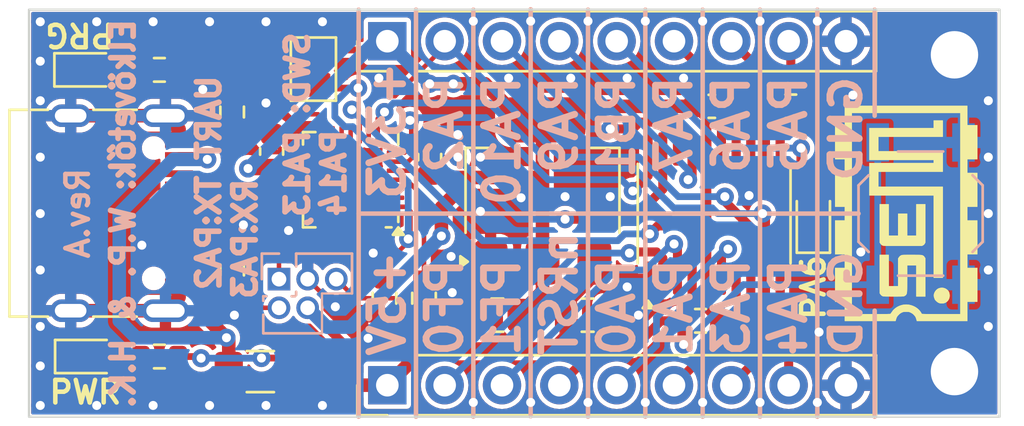
<source format=kicad_pcb>
(kicad_pcb (version 20240108) (generator "pcbnew") (generator_version "8.0")
  (layers (0 "F.Cu" signal) (31 "B.Cu" signal) (34 "B.Paste" user) (35 "F.Paste" user) (36 "B.SilkS" user "B.Silkscreen") (37 "F.SilkS" user "F.Silkscreen") (38 "B.Mask" user) (39 "F.Mask" user) (44 "Edge.Cuts" user))
  (net 0 "")
  (net 1 "GND")
  (net 2 "+5V")
  (net 3 "+3V3")
  (net 4 "Net-(D1-A)")
  (net 5 "Net-(D2-A)")
  (net 6 "Net-(D3-A)")
  (net 7 "Net-(F1-Pad1)")
  (net 8 "Net-(J1-CC1)")
  (net 10 "/USBD_N")
  (net 12 "/USBD_P")
  (net 13 "Net-(J1-CC2)")
  (net 14 "/NRST")
  (net 15 "/PF1")
  (net 16 "/PA4")
  (net 17 "/UART_TX")
  (net 18 "/PA0")
  (net 19 "/PA1")
  (net 20 "/PF0")
  (net 21 "/PA10")
  (net 22 "/PA7")
  (net 23 "/PA5")
  (net 24 "/PA9")
  (net 25 "/PB1")
  (net 26 "/PA6")
  (net 27 "/UART_RX")
  (net 28 "Net-(JP1-A)")
  (net 29 "/P_nRST")
  (net 30 "Net-(U3-PB0{slash}ADC8)")
  (net 31 "/SWDIO")
  (net 32 "/SWCLK")
  (net 46 "/P_SWD")
  (net 47 "/P_SWC")
  (footprint "Capacitor_SMD:C_0603_1608Metric" (layer "F.Cu") (at 153.879 53.147 90)
    (property "Reference" "C5" (hide yes))
    (property "Value" "100n" (hide yes))
  )
  (footprint "LED_SMD:LED_0603_1608Metric" (layer "F.Cu") (at 177.879 56.147 90)
    (property "Reference" "D2" (hide yes))
    (property "Value" "RED" (hide yes))
  )
  (footprint "Jumper:SolderJumper-2_P1.3mm_Open_TrianglePad1.0x1.5mm" (layer "F.Cu") (at 155.729 49.497 90)
    (property "Reference" "JP1" (hide yes))
    (property "Value" "Programmer boot" (hide yes))
  )
  (footprint "Package_TO_SOT_SMD:SOT-223-3_TabPin2" (layer "F.Cu") (at 165.879 54.897 90)
    (property "Reference" "U2" (hide yes))
    (property "Value" "LD1117S33TR_SOT223" (hide yes))
  )
  (footprint "Capacitor_SMD:C_0805_2012Metric" (layer "F.Cu") (at 163.879 60.397 180)
    (property "Reference" "C3" (hide yes))
    (property "Value" "10u")
  )
  (footprint "Resistor_SMD:R_0603_1608Metric" (layer "F.Cu") (at 158.879 59.647 -90)
    (property "Reference" "R6" (hide yes))
    (property "Value" "10k" (hide yes))
  )
  (footprint "Capacitor_SMD:C_0603_1608Metric" (layer "F.Cu") (at 173.379 51.147)
    (property "Reference" "C2" (hide yes))
    (property "Value" "100n" (hide yes))
  )
  (footprint "Connector_PinHeader_2.54mm:PinHeader_1x09_P2.54mm_Vertical" (layer "F.Cu") (at 159.004 48.26 90)
    (property "Reference" "J3" (hide yes))
    (property "Value" "Conn_01x09" (hide yes))
  )
  (footprint "LED_SMD:LED_0603_1608Metric" (layer "F.Cu") (at 145.7395 49.53)
    (property "Reference" "D3" (hide yes))
    (property "Value" "RED" (hide yes))
  )
  (footprint "Package_SO:TSSOP-20_4.4x6.5mm_P0.65mm" (layer "F.Cu") (at 173.482 55.897 90)
    (property "Reference" "U1" (hide yes))
    (property "Value" "STM32F030F4Px" (hide yes))
  )
  (footprint "Fuse:Fuse_1206_3216Metric" (layer "F.Cu") (at 153.379 62.897)
    (property "Reference" "F1" (hide yes))
    (property "Value" "1A" (hide yes))
  )
  (footprint "Resistor_SMD:R_0603_1608Metric" (layer "F.Cu") (at 148.907 62.23 180)
    (property "Reference" "R1" (hide yes))
    (property "Value" "1k" (hide yes))
  )
  (footprint "Capacitor_SMD:C_0805_2012Metric" (layer "F.Cu") (at 167.879 60.397)
    (property "Reference" "C1" (hide yes))
    (property "Value" "10u")
  )
  (footprint "Resistor_SMD:R_0603_1608Metric" (layer "F.Cu") (at 160.629 59.647 90)
    (property "Reference" "R7" (hide yes))
    (property "Value" "10k" (hide yes))
  )
  (footprint "Connector_PinHeader_2.54mm:PinHeader_1x09_P2.54mm_Vertical" (layer "F.Cu") (at 159.004 63.5 90)
    (property "Reference" "J2" (hide yes))
    (property "Value" "Conn_01x09" (hide yes))
  )
  (footprint "LED_SMD:LED_0603_1608Metric" (layer "F.Cu") (at 145.7705 62.23)
    (property "Reference" "D1" (hide yes))
    (property "Value" "RED" (hide yes))
  )
  (footprint "Resistor_SMD:R_0603_1608Metric" (layer "F.Cu") (at 152.129 58.397 -90)
    (property "Reference" "R4" (hide yes))
    (property "Value" "5k1" (hide yes))
  )
  (footprint "Package_DFN_QFN:QFN-28-1EP_4x4mm_P0.4mm_EP2.8x2.8mm" (layer "F.Cu") (at 157.379 54.397 180)
    (property "Reference" "U3" (hide yes))
    (property "Value" "CH32V203G6U6" (hide yes))
  )
  (footprint "Resistor_SMD:R_0603_1608Metric" (layer "F.Cu") (at 172.879 60.647 180)
    (property "Reference" "R5" (hide yes))
    (property "Value" "10k" (hide yes))
  )
  (footprint "Capacitor_SMD:C_0603_1608Metric" (layer "F.Cu") (at 160.879 53.397 90)
    (property "Reference" "C4" (hide yes))
    (property "Value" "100n" (hide yes))
  )
  (footprint "Resistor_SMD:R_0603_1608Metric" (layer "F.Cu") (at 152.129 51.397 90)
    (property "Reference" "R3" (hide yes))
    (property "Value" "5k1" (hide yes))
  )
  (footprint "jlcpcb:USB_C_Receptacle_G-Switch_GT-USB-7010ASV" (layer "F.Cu") (at 147.35 55.88 -90)
    (property "Reference" "J1" (hide yes))
    (property "Value" "USB_C_Receptacle_USB2.0_16P" (hide yes))
  )
  (footprint "Resistor_SMD:R_0603_1608Metric" (layer "F.Cu") (at 176.879 51.147)
    (property "Reference" "R2" (hide yes))
    (property "Value" "1k" (hide yes))
  )
  (footprint "Resistor_SMD:R_0603_1608Metric" (layer "F.Cu") (at 148.907 49.53 180)
    (property "Reference" "R8" (hide yes))
    (property "Value" "1k" (hide yes))
  )
  (footprint "jlcpcb:ProgConnector_5pin" (layer "B.Cu") (at 154.204 58.801 -90)
    (property "Reference" "J4" (hide yes))
    (property "Value" "PROG" (hide yes))
  )
  (footprint "Button_Switch_SMD:SW_SPST_TL3342" (layer "B.Cu") (at 182.629 55.897 90)
    (property "Reference" "SW1" (hide yes))
    (property "Value" "RESET" (hide yes))
  )
  (gr_line (start 161.929 50.147) (end 160.929 50.147) (stroke (width 0.6)) (layer "F.Cu") (net 3))
  (gr_line (start 170.434 64.897) (end 170.434 46.863) (stroke (width 0.2)) (layer "B.SilkS"))
  (gr_line (start 172.974 64.897) (end 172.974 46.863) (stroke (width 0.2)) (layer "B.SilkS"))
  (gr_line (start 167.894 64.897) (end 167.894 46.863) (stroke (width 0.2)) (layer "B.SilkS"))
  (gr_line (start 165.353142 64.878153) (end 165.353142 46.844153) (stroke (width 0.2)) (layer "B.SilkS"))
  (gr_line (start 175.514 64.897) (end 175.514 46.863) (stroke (width 0.2)) (layer "B.SilkS"))
  (gr_line (start 157.734 64.897) (end 157.734 46.863) (stroke (width 0.2)) (layer "B.SilkS"))
  (gr_line (start 178.054 64.897) (end 178.054 46.863) (stroke (width 0.2)) (layer "B.SilkS"))
  (gr_line (start 157.734 55.897) (end 179.879 55.897) (stroke (width 0.2)) (layer "B.SilkS"))
  (gr_line (start 162.814 64.897) (end 162.814 46.863) (stroke (width 0.2)) (layer "B.SilkS"))
  (gr_line (start 180.594 46.863) (end 180.594 51.562) (stroke (width 0.2)) (layer "B.SilkS"))
  (gr_line (start 160.274 64.897) (end 160.274 46.863) (stroke (width 0.2)) (layer "B.SilkS"))
  (gr_line (start 180.594 64.897) (end 180.594 60.198) (stroke (width 0.2)) (layer "B.SilkS"))
  (gr_poly (pts (xy 180.813547 58.576939) (xy 180.816647 59.431668) (xy 180.850754 59.47921) (xy 180.85443 59.484292) (xy 180.858459 59.489439) (xy 180.862805 59.494619) (xy 180.867435 59.4998) (xy 180.872314 59.504951) (xy 180.877405 59.51004) (xy 180.882676 59.515036) (xy 180.88809 59.519905) (xy 180.893613 59.524618) (xy 180.89921 59.52914) (xy 180.904847 59.533442) (xy 180.910488 59.537491) (xy 180.916099 59.541256) (xy 180.921645 59.544704) (xy 180.927091 59.547803) (xy 180.932402 59.550523) (xy 180.949641 59.558073) (xy 180.969739 59.56383) (xy 180.997587 59.568037) (xy 181.038081 59.570935) (xy 181.096112 59.572768) (xy 181.176574 59.573778) (xy 181.424362 59.574294) (xy 181.565172 59.574204) (xy 181.62296 59.574042) (xy 181.673184 59.573762) (xy 181.71648 59.573329) (xy 181.753484 59.572714) (xy 181.784832 59.571883) (xy 181.81116 59.570806) (xy 181.833103 59.569451) (xy 181.84263 59.568658) (xy 181.851298 59.567784) (xy 181.859189 59.566825) (xy 181.86638 59.565776) (xy 181.872953 59.564634) (xy 181.878985 59.563394) (xy 181.884558 59.562053) (xy 181.88975 59.560606) (xy 181.89464 59.55905) (xy 181.899309 59.557381) (xy 181.908299 59.553686) (xy 181.917355 59.54949) (xy 181.922459 59.547013) (xy 181.927668 59.544256) (xy 181.932941 59.541254) (xy 181.938236 59.538041) (xy 181.943513 59.534652) (xy 181.94873 59.531123) (xy 181.953848 59.527487) (xy 181.958825 59.523781) (xy 181.963621 59.520038) (xy 181.968194 59.516294) (xy 181.972503 59.512583) (xy 181.976509 59.50894) (xy 181.980169 59.5054) (xy 181.983443 59.501998) (xy 181.98629 59.498768) (xy 181.988669 59.495746) (xy 182.004109 59.470699) (xy 182.010422 59.456977) (xy 182.01588 59.441292) (xy 182.020544 59.422774) (xy 182.024477 59.400549) (xy 182.030397 59.341492) (xy 182.034138 59.257147) (xy 182.036195 59.140535) (xy 182.037244 58.782611) (xy 182.037244 58.197635) (xy 182.435153 58.197635) (xy 182.435153 59.574294) (xy 182.843397 59.574294) (xy 182.843397 57.878274) (xy 182.808257 57.824531) (xy 182.803614 57.817199) (xy 182.798971 57.810305) (xy 182.794304 57.803826) (xy 182.789589 57.79774) (xy 182.7848 57.792022) (xy 182.779915 57.786651) (xy 182.774909 57.781605) (xy 182.769758 57.776859) (xy 182.764437 57.772392) (xy 182.758922 57.768181) (xy 182.753189 57.764203) (xy 182.747214 57.760436) (xy 182.740972 57.756856) (xy 182.73444 57.753441) (xy 182.727593 57.750169) (xy 182.720407 57.747016) (xy 182.701533 57.739763) (xy 182.679873 57.734145) (xy 182.650898 57.729957) (xy 182.610078 57.726992) (xy 182.552882 57.725044) (xy 182.474782 57.723907) (xy 182.237749 57.723245) (xy 182.098404 57.723298) (xy 182.041536 57.723422) (xy 181.992318 57.723665) (xy 181.950089 57.724065) (xy 181.914186 57.724662) (xy 181.883945 57.725495) (xy 181.87074 57.726013) (xy 181.858702 57.726604) (xy 181.847749 57.727274) (xy 181.837796 57.728028) (xy 181.828762 57.72887) (xy 181.820563 57.729806) (xy 181.813116 57.73084) (xy 181.806339 57.731977) (xy 181.800149 57.733223) (xy 181.794462 57.734582) (xy 181.789197 57.736058) (xy 181.784269 57.737658) (xy 181.779596 57.739386) (xy 181.775096 57.741247) (xy 181.770685 57.743245) (xy 181.76628 57.745387) (xy 181.757159 57.750117) (xy 181.7508 57.753362) (xy 181.744518 57.756891) (xy 181.738314 57.760699) (xy 181.732192 57.76478) (xy 181.726155 57.769127) (xy 181.720206 57.773734) (xy 181.714347 57.778596) (xy 181.708583 57.783706) (xy 181.702915 57.789059) (xy 181.697347 57.794647) (xy 181.691882 57.800466) (xy 181.686523 57.806508) (xy 181.681273 57.812769) (xy 181.676136 57.819242) (xy 181.671113 57.82592) (xy 181.666208 57.832799) (xy 181.629 57.887576) (xy 181.629 59.111274) (xy 181.219724 59.111274) (xy 181.219724 57.723245) (xy 180.810446 57.723245)) (fill solid) (layer "F.SilkS"))
  (gr_poly (pts (xy 179.268422 53.490945) (xy 179.268422 54.092459) (xy 178.836406 54.092459) (xy 178.836406 55.596243) (xy 179.268422 55.596243) (xy 179.268422 56.197757) (xy 178.836406 56.197757) (xy 178.836406 57.700507) (xy 179.268422 57.700507) (xy 179.268422 58.302021) (xy 178.836406 58.302021) (xy 178.836406 59.804772) (xy 179.268422 59.804772) (xy 179.268422 60.660533) (xy 181.52048 60.660533) (xy 181.541151 60.589219) (xy 181.546642 60.57049) (xy 181.55194 60.553333) (xy 181.557145 60.537574) (xy 181.562354 60.523041) (xy 181.567666 60.509563) (xy 181.57318 60.496965) (xy 181.578993 60.485076) (xy 181.585205 60.473723) (xy 181.591913 60.462733) (xy 181.599216 60.451934) (xy 181.607213 60.441153) (xy 181.616001 60.430218) (xy 181.625679 60.418956) (xy 181.636346 60.407194) (xy 181.648101 60.39476) (xy 181.66104 60.381481) (xy 181.668692 60.373622) (xy 181.676525 60.365943) (xy 181.684524 60.358456) (xy 181.692676 60.351169) (xy 181.700967 60.344095) (xy 181.709384 60.337243) (xy 181.717913 60.330624) (xy 181.72654 60.324249) (xy 181.735252 60.318128) (xy 181.744035 60.312272) (xy 181.752876 60.306692) (xy 181.761761 60.301398) (xy 181.770676 60.296401) (xy 181.779607 60.291711) (xy 181.788542 60.287339) (xy 181.797466 60.283295) (xy 181.819675 60.273566) (xy 181.829709 60.269497) (xy 181.839292 60.265919) (xy 181.84862 60.262801) (xy 181.857891 60.260114) (xy 181.867301 60.257826) (xy 181.877048 60.255907) (xy 181.887327 60.254327) (xy 181.898336 60.253057) (xy 181.910271 60.252065) (xy 181.92333 60.251321) (xy 181.953605 60.250457) (xy 181.990736 60.250223) (xy 182.029578 60.250382) (xy 182.045942 60.250652) (xy 182.060596 60.251111) (xy 182.073784 60.251806) (xy 182.085752 60.252784) (xy 182.096745 60.254092) (xy 182.107008 60.255778) (xy 182.116786 60.257887) (xy 182.126326 60.260467) (xy 182.135871 60.263565) (xy 182.145668 60.267227) (xy 182.155961 60.271501) (xy 182.166997 60.276434) (xy 182.192274 60.288463) (xy 182.200306 60.292477) (xy 182.208471 60.296743) (xy 182.216709 60.301221) (xy 182.224959 60.305871) (xy 182.241253 60.315532) (xy 182.256869 60.325411) (xy 182.264272 60.330334) (xy 182.271323 60.335194) (xy 182.277962 60.33995) (xy 182.284129 60.344564) (xy 182.289763 60.348996) (xy 182.294803 60.353208) (xy 182.29919 60.357159) (xy 182.302862 60.36081) (xy 182.333821 60.392879) (xy 182.34687 60.406894) (xy 182.358494 60.419899) (xy 182.368841 60.432146) (xy 182.378057 60.44389) (xy 182.386288 60.455382) (xy 182.393683 60.466876) (xy 182.400387 60.478624) (xy 182.406547 60.490879) (xy 182.412311 60.503894) (xy 182.417825 60.517922) (xy 182.423236 60.533216) (xy 182.428691 60.550028) (xy 182.440321 60.589219) (xy 182.462025 60.660533) (xy 184.701681 60.660533) (xy 184.701681 59.804772) (xy 185.145065 59.804772) (xy 185.145065 58.302021) (xy 184.701681 58.302021) (xy 184.701681 57.700507) (xy 185.145065 57.700507) (xy 185.145065 56.197757) (xy 184.701681 56.197757) (xy 184.701681 55.596243) (xy 185.145065 55.596243) (xy 185.145065 54.092459) (xy 184.701681 54.092459) (xy 184.701681 53.490945) (xy 185.145065 53.490945) (xy 185.145065 51.976826) (xy 184.701681 51.976826) (xy 184.701681 51.121064) (xy 184.386455 51.121064) (xy 184.386455 51.444559) (xy 184.386455 60.348407) (xy 183.53276 60.348407) (xy 183.168005 60.347794) (xy 182.900628 60.345823) (xy 182.805182 60.344269) (xy 182.736152 60.342303) (xy 182.694227 60.339901) (xy 182.683646 60.338529) (xy 182.680987 60.337799) (xy 182.680099 60.337038) (xy 182.679885 60.335738) (xy 182.679257 60.333801) (xy 182.676853 60.328189) (xy 182.673068 60.320543) (xy 182.668084 60.3112) (xy 182.662083 60.300502) (xy 182.655246 60.288786) (xy 182.647755 60.276391) (xy 182.639792 60.263658) (xy 182.617895 60.231909) (xy 182.594114 60.201418) (xy 182.56853 60.172232) (xy 182.541219 60.144399) (xy 182.512261 60.117964) (xy 182.481734 60.092975) (xy 182.449718 60.069478) (xy 182.416291 60.047522) (xy 182.381532 60.027152) (xy 182.345519 60.008415) (xy 182.308331 59.991359) (xy 182.270047 59.976031) (xy 182.230745 59.962476) (xy 182.190505 59.950744) (xy 182.149406 59.940879) (xy 182.107524 59.932929) (xy 182.067291 59.927351) (xy 182.02653 59.924152) (xy 181.985393 59.923291) (xy 181.944033 59.924726) (xy 181.9026 59.928413) (xy 181.861246 59.93431) (xy 181.820122 59.942375) (xy 181.779379 59.952566) (xy 181.739169 59.96484) (xy 181.699644 59.979155) (xy 181.660954 59.995469) (xy 181.623252 60.013738) (xy 181.586688 60.033921) (xy 181.551413 60.055976) (xy 181.51758 60.079859) (xy 181.48534 60.105528) (xy 181.476867 60.112741) (xy 181.468184 60.120359) (xy 181.459395 60.128276) (xy 181.450604 60.136389) (xy 181.433436 60.152782) (xy 181.425267 60.160853) (xy 181.417515 60.168703) (xy 181.410284 60.176225) (xy 181.403677 60.183315) (xy 181.397801 60.18987) (xy 181.392759 60.195784) (xy 181.388655 60.200954) (xy 181.385595 60.205274) (xy 181.384488 60.207083) (xy 181.383682 60.20864) (xy 181.383188 60.209933) (xy 181.383021 60.210948) (xy 181.382807 60.211973) (xy 181.382179 60.213478) (xy 181.381161 60.215433) (xy 181.379775 60.217812) (xy 181.37599 60.22372) (xy 181.371006 60.230973) (xy 181.365005 60.23934) (xy 181.358168 60.248591) (xy 181.350677 60.258497) (xy 181.342713 60.268826) (xy 181.338502 60.274077) (xy 181.334409 60.279341) (xy 181.330455 60.284584) (xy 181.326661 60.289771) (xy 181.323049 60.294867) (xy 181.319641 60.299838) (xy 181.316456 60.304648) (xy 181.313516 60.309263) (xy 181.310843 60.313647) (xy 181.308457 60.317767) (xy 181.306381 60.321587) (xy 181.304634 60.325073) (xy 181.303239 60.328188) (xy 181.302216 60.3309) (xy 181.301587 60.333173) (xy 181.301426 60.334134) (xy 181.301372 60.334972) (xy 181.299187 60.336826) (xy 181.292319 60.338516) (xy 181.262663 60.341431) (xy 181.126577 60.345565) (xy 180.863172 60.347761) (xy 180.44251 60.348407) (xy 179.583648 60.348407) (xy 179.583648 51.444559) (xy 184.386455 51.444559) (xy 184.386455 51.121064) (xy 179.268422 51.121064) (xy 179.268422 51.976826) (xy 178.836406 51.976826) (xy 178.836406 53.490945)) (fill solid) (layer "F.SilkS"))
  (gr_poly (pts (xy 183.212974 59.536401) (xy 183.213703 59.548621) (xy 183.214821 59.560859) (xy 183.216315 59.572999) (xy 183.21817 59.584928) (xy 183.220373 59.59653) (xy 183.222912 59.60769) (xy 183.225771 59.618293) (xy 183.228937 59.628224) (xy 183.232397 59.637367) (xy 183.236137 59.645608) (xy 183.237856 59.648924) (xy 183.239519 59.652268) (xy 183.241118 59.655621) (xy 183.242646 59.658963) (xy 183.244095 59.662275) (xy 183.245458 59.665538) (xy 183.246727 59.66873) (xy 183.247894 59.671834) (xy 183.248953 59.674828) (xy 183.249895 59.677694) (xy 183.250712 59.680411) (xy 183.251398 59.68296) (xy 183.251945 59.685322) (xy 183.252345 59.687476) (xy 183.252591 59.689403) (xy 183.252674 59.691083) (xy 183.252805 59.692388) (xy 183.253191 59.693962) (xy 183.253819 59.695784) (xy 183.254677 59.697833) (xy 183.255753 59.700089) (xy 183.257034 59.702529) (xy 183.25851 59.705132) (xy 183.260167 59.707878) (xy 183.261994 59.710745) (xy 183.263978 59.713712) (xy 183.266108 59.716758) (xy 183.268371 59.719861) (xy 183.270755 59.723) (xy 183.273248 59.726155) (xy 183.275838 59.729303) (xy 183.278513 59.732424) (xy 183.297344 59.752819) (xy 183.315558 59.771414) (xy 183.333287 59.788273) (xy 183.350666 59.803463) (xy 183.367826 59.817048) (xy 183.384901 59.829094) (xy 183.402025 59.839664) (xy 183.419331 59.848825) (xy 183.436951 59.856642) (xy 183.45502 59.86318) (xy 183.47367 59.868503) (xy 183.493034 59.872677) (xy 183.513246 59.875767) (xy 183.53444 59.877839) (xy 183.556748 59.878956) (xy 183.580303 59.879185) (xy 183.601867 59.878473) (xy 183.622939 59.876554) (xy 183.643497 59.873461) (xy 183.663514 59.869228) (xy 183.682966 59.863889) (xy 183.70183 59.857478) (xy 183.720079 59.850028) (xy 183.73769 59.841575) (xy 183.754637 59.832151) (xy 183.770897 59.82179) (xy 183.786445 59.810527) (xy 183.801256 59.798395) (xy 183.815305 59.785428) (xy 183.828568 59.77166) (xy 183.84102 59.757124) (xy 183.852638 59.741856) (xy 183.863395 59.725888) (xy 183.873267 59.709254) (xy 183.882231 59.691988) (xy 183.89026 59.674125) (xy 183.897332 59.655698) (xy 183.90342 59.636741) (xy 183.908501 59.617287) (xy 183.91255 59.597372) (xy 183.915542 59.577028) (xy 183.917452 59.556289) (xy 183.918257 59.535189) (xy 183.917931 59.513763) (xy 183.91645 59.492044) (xy 183.91379 59.470065) (xy 183.909925 59.447862) (xy 183.904831 59.425467) (xy 183.901674 59.413428) (xy 183.898379 59.402071) (xy 183.894902 59.391326) (xy 183.891201 59.381122) (xy 183.887233 59.371391) (xy 183.882957 59.362062) (xy 183.878329 59.353067) (xy 183.873308 59.344335) (xy 183.867851 59.335796) (xy 183.861915 59.327382) (xy 183.855458 59.319022) (xy 183.848439 59.310648) (xy 183.840813 59.302188) (xy 183.83254 59.293574) (xy 183.823576 59.284736) (xy 183.81388 59.275605) (xy 183.795842 59.259837) (xy 183.777026 59.245481) (xy 183.757481 59.232546) (xy 183.737254 59.221038) (xy 183.71639 59.210965) (xy 183.694938 59.202335) (xy 183.672943 59.195156) (xy 183.650453 59.189434) (xy 183.627516 59.185178) (xy 183.604177 59.182395) (xy 183.580484 59.181093) (xy 183.556483 59.181279) (xy 183.532222 59.182961) (xy 183.507748 59.186146) (xy 183.483107 59.190842) (xy 183.458346 59.197056) (xy 183.437384 59.204015) (xy 183.416799 59.212808) (xy 183.396681 59.223329) (xy 183.377118 59.235475) (xy 183.358196 59.24914) (xy 183.340003 59.264222) (xy 183.322629 59.280614) (xy 183.306159 59.298213) (xy 183.290683 59.316914) (xy 183.276288 59.336613) (xy 183.263061 59.357205) (xy 183.251092 59.378586) (xy 183.240466 59.400652) (xy 183.231273 59.423297) (xy 183.2236 59.446417) (xy 183.217534 59.469908) (xy 183.215642 59.479602) (xy 183.214222 59.490005) (xy 183.213258 59.501002) (xy 183.212738 59.512476) (xy 183.212648 59.524315)) (fill solid) (layer "F.SilkS"))
  (gr_poly (pts (xy 183.206165 53.526085) (xy 183.206165 53.653209) (xy 180.355693 53.653209) (xy 180.355693 55.099116) (xy 183.206165 55.099116) (xy 183.206165 58.74127) (xy 183.614409 58.74127) (xy 183.614409 54.705341) (xy 180.763937 54.705341) (xy 180.763937 54.04595) (xy 183.614409 54.04595) (xy 183.614409 53.133345) (xy 180.763937 53.133345) (xy 180.763937 52.496691) (xy 183.614409 52.496691) (xy 183.614409 51.768053) (xy 183.206165 51.768053) (xy 183.206165 52.10395) (xy 180.355693 52.10395) (xy 180.355693 53.526085)) (fill solid) (layer "F.SilkS"))
  (gr_poly (pts (xy 180.813547 58.576939) (xy 180.816647 59.431668) (xy 180.850754 59.47921) (xy 180.85443 59.484292) (xy 180.858459 59.489439) (xy 180.862805 59.494619) (xy 180.867435 59.4998) (xy 180.872314 59.504951) (xy 180.877405 59.51004) (xy 180.882676 59.515036) (xy 180.88809 59.519905) (xy 180.893613 59.524618) (xy 180.89921 59.52914) (xy 180.904847 59.533442) (xy 180.910488 59.537491) (xy 180.916099 59.541256) (xy 180.921645 59.544704) (xy 180.927091 59.547803) (xy 180.932402 59.550523) (xy 180.949641 59.558073) (xy 180.969739 59.56383) (xy 180.997587 59.568037) (xy 181.038081 59.570935) (xy 181.096112 59.572768) (xy 181.176574 59.573778) (xy 181.424362 59.574294) (xy 181.565172 59.574204) (xy 181.62296 59.574042) (xy 181.673184 59.573762) (xy 181.71648 59.573329) (xy 181.753484 59.572714) (xy 181.784832 59.571883) (xy 181.81116 59.570806) (xy 181.833103 59.569451) (xy 181.84263 59.568658) (xy 181.851298 59.567784) (xy 181.859189 59.566825) (xy 181.86638 59.565776) (xy 181.872953 59.564634) (xy 181.878985 59.563394) (xy 181.884558 59.562053) (xy 181.88975 59.560606) (xy 181.89464 59.55905) (xy 181.899309 59.557381) (xy 181.908299 59.553686) (xy 181.917355 59.54949) (xy 181.922459 59.547013) (xy 181.927668 59.544256) (xy 181.932941 59.541254) (xy 181.938236 59.538041) (xy 181.943513 59.534652) (xy 181.94873 59.531123) (xy 181.953848 59.527487) (xy 181.958825 59.523781) (xy 181.963621 59.520038) (xy 181.968194 59.516294) (xy 181.972503 59.512583) (xy 181.976509 59.50894) (xy 181.980169 59.5054) (xy 181.983443 59.501998) (xy 181.98629 59.498768) (xy 181.988669 59.495746) (xy 182.004109 59.470699) (xy 182.010422 59.456977) (xy 182.01588 59.441292) (xy 182.020544 59.422774) (xy 182.024477 59.400549) (xy 182.030397 59.341492) (xy 182.034138 59.257147) (xy 182.036195 59.140535) (xy 182.037244 58.782611) (xy 182.037244 58.197635) (xy 182.435153 58.197635) (xy 182.435153 59.574294) (xy 182.843397 59.574294) (xy 182.843397 57.878274) (xy 182.808257 57.824531) (xy 182.803614 57.817199) (xy 182.798971 57.810305) (xy 182.794304 57.803826) (xy 182.789589 57.79774) (xy 182.7848 57.792022) (xy 182.779915 57.786651) (xy 182.774909 57.781605) (xy 182.769758 57.776859) (xy 182.764437 57.772392) (xy 182.758922 57.768181) (xy 182.753189 57.764203) (xy 182.747214 57.760436) (xy 182.740972 57.756856) (xy 182.73444 57.753441) (xy 182.727593 57.750169) (xy 182.720407 57.747016) (xy 182.701533 57.739763) (xy 182.679873 57.734145) (xy 182.650898 57.729957) (xy 182.610078 57.726992) (xy 182.552882 57.725044) (xy 182.474782 57.723907) (xy 182.237749 57.723245) (xy 182.098404 57.723298) (xy 182.041536 57.723422) (xy 181.992318 57.723665) (xy 181.950089 57.724065) (xy 181.914186 57.724662) (xy 181.883945 57.725495) (xy 181.87074 57.726013) (xy 181.858702 57.726604) (xy 181.847749 57.727274) (xy 181.837796 57.728028) (xy 181.828762 57.72887) (xy 181.820563 57.729806) (xy 181.813116 57.73084) (xy 181.806339 57.731977) (xy 181.800149 57.733223) (xy 181.794462 57.734582) (xy 181.789197 57.736058) (xy 181.784269 57.737658) (xy 181.779596 57.739386) (xy 181.775096 57.741247) (xy 181.770685 57.743245) (xy 181.76628 57.745387) (xy 181.757159 57.750117) (xy 181.7508 57.753362) (xy 181.744518 57.756891) (xy 181.738314 57.760699) (xy 181.732192 57.76478) (xy 181.726155 57.769127) (xy 181.720206 57.773734) (xy 181.714347 57.778596) (xy 181.708583 57.783706) (xy 181.702915 57.789059) (xy 181.697347 57.794647) (xy 181.691882 57.800466) (xy 181.686523 57.806508) (xy 181.681273 57.812769) (xy 181.676136 57.819242) (xy 181.671113 57.82592) (xy 181.666208 57.832799) (xy 181.629 57.887576) (xy 181.629 59.111274) (xy 181.219724 59.111274) (xy 181.219724 57.723245) (xy 180.810446 57.723245)) (fill solid) (layer "F.SilkS"))
  (gr_poly (pts (xy 183.212974 59.536401) (xy 183.213703 59.548621) (xy 183.214821 59.560859) (xy 183.216315 59.572999) (xy 183.21817 59.584928) (xy 183.220373 59.59653) (xy 183.222912 59.60769) (xy 183.225771 59.618293) (xy 183.228937 59.628224) (xy 183.232397 59.637367) (xy 183.236137 59.645608) (xy 183.237856 59.648924) (xy 183.239519 59.652268) (xy 183.241118 59.655621) (xy 183.242646 59.658963) (xy 183.244095 59.662275) (xy 183.245458 59.665538) (xy 183.246727 59.66873) (xy 183.247894 59.671834) (xy 183.248953 59.674828) (xy 183.249895 59.677694) (xy 183.250712 59.680411) (xy 183.251398 59.68296) (xy 183.251945 59.685322) (xy 183.252345 59.687476) (xy 183.252591 59.689403) (xy 183.252674 59.691083) (xy 183.252805 59.692388) (xy 183.253191 59.693962) (xy 183.253819 59.695784) (xy 183.254677 59.697833) (xy 183.255753 59.700089) (xy 183.257034 59.702529) (xy 183.25851 59.705132) (xy 183.260167 59.707878) (xy 183.261994 59.710745) (xy 183.263978 59.713712) (xy 183.266108 59.716758) (xy 183.268371 59.719861) (xy 183.270755 59.723) (xy 183.273248 59.726155) (xy 183.275838 59.729303) (xy 183.278513 59.732424) (xy 183.297344 59.752819) (xy 183.315558 59.771414) (xy 183.333287 59.788273) (xy 183.350666 59.803463) (xy 183.367826 59.817048) (xy 183.384901 59.829094) (xy 183.402025 59.839664) (xy 183.419331 59.848825) (xy 183.436951 59.856642) (xy 183.45502 59.86318) (xy 183.47367 59.868503) (xy 183.493034 59.872677) (xy 183.513246 59.875767) (xy 183.53444 59.877839) (xy 183.556748 59.878956) (xy 183.580303 59.879185) (xy 183.601867 59.878473) (xy 183.622939 59.876554) (xy 183.643497 59.873461) (xy 183.663514 59.869228) (xy 183.682966 59.863889) (xy 183.70183 59.857478) (xy 183.720079 59.850028) (xy 183.73769 59.841575) (xy 183.754637 59.832151) (xy 183.770897 59.82179) (xy 183.786445 59.810527) (xy 183.801256 59.798395) (xy 183.815305 59.785428) (xy 183.828568 59.77166) (xy 183.84102 59.757124) (xy 183.852638 59.741856) (xy 183.863395 59.725888) (xy 183.873267 59.709254) (xy 183.882231 59.691988) (xy 183.89026 59.674125) (xy 183.897332 59.655698) (xy 183.90342 59.636741) (xy 183.908501 59.617287) (xy 183.91255 59.597372) (xy 183.915542 59.577028) (xy 183.917452 59.556289) (xy 183.918257 59.535189) (xy 183.917931 59.513763) (xy 183.91645 59.492044) (xy 183.91379 59.470065) (xy 183.909925 59.447862) (xy 183.904831 59.425467) (xy 183.901674 59.413428) (xy 183.898379 59.402071) (xy 183.894902 59.391326) (xy 183.891201 59.381122) (xy 183.887233 59.371391) (xy 183.882957 59.362062) (xy 183.878329 59.353067) (xy 183.873308 59.344335) (xy 183.867851 59.335796) (xy 183.861915 59.327382) (xy 183.855458 59.319022) (xy 183.848439 59.310648) (xy 183.840813 59.302188) (xy 183.83254 59.293574) (xy 183.823576 59.284736) (xy 183.81388 59.275605) (xy 183.795842 59.259837) (xy 183.777026 59.245481) (xy 183.757481 59.232546) (xy 183.737254 59.221038) (xy 183.71639 59.210965) (xy 183.694938 59.202335) (xy 183.672943 59.195156) (xy 183.650453 59.189434) (xy 183.627516 59.185178) (xy 183.604177 59.182395) (xy 183.580484 59.181093) (xy 183.556483 59.181279) (xy 183.532222 59.182961) (xy 183.507748 59.186146) (xy 183.483107 59.190842) (xy 183.458346 59.197056) (xy 183.437384 59.204015) (xy 183.416799 59.212808) (xy 183.396681 59.223329) (xy 183.377118 59.235475) (xy 183.358196 59.24914) (xy 183.340003 59.264222) (xy 183.322629 59.280614) (xy 183.306159 59.298213) (xy 183.290683 59.316914) (xy 183.276288 59.336613) (xy 183.263061 59.357205) (xy 183.251092 59.378586) (xy 183.240466 59.400652) (xy 183.231273 59.423297) (xy 183.2236 59.446417) (xy 183.217534 59.469908) (xy 183.215642 59.479602) (xy 183.214222 59.490005) (xy 183.213258 59.501002) (xy 183.212738 59.512476) (xy 183.212648 59.524315)) (fill solid) (layer "F.SilkS"))
  (gr_poly (pts (xy 180.816647 57.187877) (xy 180.850754 57.235419) (xy 180.85443 57.240501) (xy 180.858459 57.24565) (xy 180.862805 57.250834) (xy 180.867435 57.256025) (xy 180.872314 57.261192) (xy 180.877405 57.266304) (xy 180.882676 57.271332) (xy 180.88809 57.276244) (xy 180.893613 57.281011) (xy 180.89921 57.285602) (xy 180.904847 57.289988) (xy 180.910488 57.294137) (xy 180.916099 57.29802) (xy 180.921645 57.301606) (xy 180.927091 57.304865) (xy 180.932402 57.307766) (xy 180.950657 57.315271) (xy 180.976311 57.320911) (xy 181.019189 57.324953) (xy 181.089111 57.327662) (xy 181.349383 57.330149) (xy 181.835706 57.330504) (xy 182.688367 57.330504) (xy 182.73901 57.303632) (xy 182.745467 57.300082) (xy 182.751667 57.296402) (xy 182.757618 57.292582) (xy 182.763331 57.288614) (xy 182.768813 57.284488) (xy 182.774074 57.280196) (xy 182.779123 57.275729) (xy 182.783969 57.271076) (xy 182.788621 57.26623) (xy 182.793089 57.261181) (xy 182.797381 57.25592) (xy 182.801507 57.250438) (xy 182.805475 57.244726) (xy 182.809294 57.238774) (xy 182.812975 57.232575) (xy 182.816525 57.226118) (xy 182.843397 57.176508) (xy 182.843397 55.480488) (xy 182.435153 55.480488) (xy 182.435153 56.868517) (xy 182.037244 56.868517) (xy 182.037244 55.897) (xy 181.629 55.897) (xy 181.629 56.868517) (xy 181.219724 56.868517) (xy 181.219724 55.480488) (xy 180.810446 55.480488)) (fill solid) (layer "F.SilkS"))
  (gr_poly (pts (xy 179.268422 53.490945) (xy 179.268422 54.092459) (xy 178.836406 54.092459) (xy 178.836406 55.596243) (xy 179.268422 55.596243) (xy 179.268422 56.197757) (xy 178.836406 56.197757) (xy 178.836406 57.700507) (xy 179.268422 57.700507) (xy 179.268422 58.302021) (xy 178.836406 58.302021) (xy 178.836406 59.804772) (xy 179.268422 59.804772) (xy 179.268422 60.660533) (xy 181.52048 60.660533) (xy 181.541151 60.589219) (xy 181.546642 60.57049) (xy 181.55194 60.553333) (xy 181.557145 60.537574) (xy 181.562354 60.523041) (xy 181.567666 60.509563) (xy 181.57318 60.496965) (xy 181.578993 60.485076) (xy 181.585205 60.473723) (xy 181.591913 60.462733) (xy 181.599216 60.451934) (xy 181.607213 60.441153) (xy 181.616001 60.430218) (xy 181.625679 60.418956) (xy 181.636346 60.407194) (xy 181.648101 60.39476) (xy 181.66104 60.381481) (xy 181.668692 60.373622) (xy 181.676525 60.365943) (xy 181.684524 60.358456) (xy 181.692676 60.351169) (xy 181.700967 60.344095) (xy 181.709384 60.337243) (xy 181.717913 60.330624) (xy 181.72654 60.324249) (xy 181.735252 60.318128) (xy 181.744035 60.312272) (xy 181.752876 60.306692) (xy 181.761761 60.301398) (xy 181.770676 60.296401) (xy 181.779607 60.291711) (xy 181.788542 60.287339) (xy 181.797466 60.283295) (xy 181.819675 60.273566) (xy 181.829709 60.269497) (xy 181.839292 60.265919) (xy 181.84862 60.262801) (xy 181.857891 60.260114) (xy 181.867301 60.257826) (xy 181.877048 60.255907) (xy 181.887327 60.254327) (xy 181.898336 60.253057) (xy 181.910271 60.252065) (xy 181.92333 60.251321) (xy 181.953605 60.250457) (xy 181.990736 60.250223) (xy 182.029578 60.250382) (xy 182.045942 60.250652) (xy 182.060596 60.251111) (xy 182.073784 60.251806) (xy 182.085752 60.252784) (xy 182.096745 60.254092) (xy 182.107008 60.255778) (xy 182.116786 60.257887) (xy 182.126326 60.260467) (xy 182.135871 60.263565) (xy 182.145668 60.267227) (xy 182.155961 60.271501) (xy 182.166997 60.276434) (xy 182.192274 60.288463) (xy 182.200306 60.292477) (xy 182.208471 60.296743) (xy 182.216709 60.301221) (xy 182.224959 60.305871) (xy 182.241253 60.315532) (xy 182.256869 60.325411) (xy 182.264272 60.330334) (xy 182.271323 60.335194) (xy 182.277962 60.33995) (xy 182.284129 60.344564) (xy 182.289763 60.348996) (xy 182.294803 60.353208) (xy 182.29919 60.357159) (xy 182.302862 60.36081) (xy 182.333821 60.392879) (xy 182.34687 60.406894) (xy 182.358494 60.419899) (xy 182.368841 60.432146) (xy 182.378057 60.44389) (xy 182.386288 60.455382) (xy 182.393683 60.466876) (xy 182.400387 60.478624) (xy 182.406547 60.490879) (xy 182.412311 60.503894) (xy 182.417825 60.517922) (xy 182.423236 60.533216) (xy 182.428691 60.550028) (xy 182.440321 60.589219) (xy 182.462025 60.660533) (xy 184.701681 60.660533) (xy 184.701681 59.804772) (xy 185.145065 59.804772) (xy 185.145065 58.302021) (xy 184.701681 58.302021) (xy 184.701681 57.700507) (xy 185.145065 57.700507) (xy 185.145065 56.197757) (xy 184.701681 56.197757) (xy 184.701681 55.596243) (xy 185.145065 55.596243) (xy 185.145065 54.092459) (xy 184.701681 54.092459) (xy 184.701681 53.490945) (xy 185.145065 53.490945) (xy 185.145065 51.976826) (xy 184.701681 51.976826) (xy 184.701681 51.121064) (xy 184.386455 51.121064) (xy 184.386455 51.444559) (xy 184.386455 60.348407) (xy 183.53276 60.348407) (xy 183.168005 60.347794) (xy 182.900628 60.345823) (xy 182.805182 60.344269) (xy 182.736152 60.342303) (xy 182.694227 60.339901) (xy 182.683646 60.338529) (xy 182.680987 60.337799) (xy 182.680099 60.337038) (xy 182.679885 60.335738) (xy 182.679257 60.333801) (xy 182.676853 60.328189) (xy 182.673068 60.320543) (xy 182.668084 60.3112) (xy 182.662083 60.300502) (xy 182.655246 60.288786) (xy 182.647755 60.276391) (xy 182.639792 60.263658) (xy 182.617895 60.231909) (xy 182.594114 60.201418) (xy 182.56853 60.172232) (xy 182.541219 60.144399) (xy 182.512261 60.117964) (xy 182.481734 60.092975) (xy 182.449718 60.069478) (xy 182.416291 60.047522) (xy 182.381532 60.027152) (xy 182.345519 60.008415) (xy 182.308331 59.991359) (xy 182.270047 59.976031) (xy 182.230745 59.962476) (xy 182.190505 59.950744) (xy 182.149406 59.940879) (xy 182.107524 59.932929) (xy 182.067291 59.927351) (xy 182.02653 59.924152) (xy 181.985393 59.923291) (xy 181.944033 59.924726) (xy 181.9026 59.928413) (xy 181.861246 59.93431) (xy 181.820122 59.942375) (xy 181.779379 59.952566) (xy 181.739169 59.96484) (xy 181.699644 59.979155) (xy 181.660954 59.995469) (xy 181.623252 60.013738) (xy 181.586688 60.033921) (xy 181.551413 60.055976) (xy 181.51758 60.079859) (xy 181.48534 60.105528) (xy 181.476867 60.112741) (xy 181.468184 60.120359) (xy 181.459395 60.128276) (xy 181.450604 60.136389) (xy 181.433436 60.152782) (xy 181.425267 60.160853) (xy 181.417515 60.168703) (xy 181.410284 60.176225) (xy 181.403677 60.183315) (xy 181.397801 60.18987) (xy 181.392759 60.195784) (xy 181.388655 60.200954) (xy 181.385595 60.205274) (xy 181.384488 60.207083) (xy 181.383682 60.20864) (xy 181.383188 60.209933) (xy 181.383021 60.210948) (xy 181.382807 60.211973) (xy 181.382179 60.213478) (xy 181.381161 60.215433) (xy 181.379775 60.217812) (xy 181.37599 60.22372) (xy 181.371006 60.230973) (xy 181.365005 60.23934) (xy 181.358168 60.248591) (xy 181.350677 60.258497) (xy 181.342713 60.268826) (xy 181.338502 60.274077) (xy 181.334409 60.279341) (xy 181.330455 60.284584) (xy 181.326661 60.289771) (xy 181.323049 60.294867) (xy 181.319641 60.299838) (xy 181.316456 60.304648) (xy 181.313516 60.309263) (xy 181.310843 60.313647) (xy 181.308457 60.317767) (xy 181.306381 60.321587) (xy 181.304634 60.325073) (xy 181.303239 60.328188) (xy 181.302216 60.3309) (xy 181.301587 60.333173) (xy 181.301426 60.334134) (xy 181.301372 60.334972) (xy 181.299187 60.336826) (xy 181.292319 60.338516) (xy 181.262663 60.341431) (xy 181.126577 60.345565) (xy 180.863172 60.347761) (xy 180.44251 60.348407) (xy 179.583648 60.348407) (xy 179.583648 51.444559) (xy 184.386455 51.444559) (xy 184.386455 51.121064) (xy 179.268422 51.121064) (xy 179.268422 51.976826) (xy 178.836406 51.976826) (xy 178.836406 53.490945)) (fill solid) (layer "F.SilkS"))
  (gr_poly (pts (xy 180.816647 57.187877) (xy 180.850754 57.235419) (xy 180.85443 57.240501) (xy 180.858459 57.24565) (xy 180.862805 57.250834) (xy 180.867435 57.256025) (xy 180.872314 57.261192) (xy 180.877405 57.266304) (xy 180.882676 57.271332) (xy 180.88809 57.276244) (xy 180.893613 57.281011) (xy 180.89921 57.285602) (xy 180.904847 57.289988) (xy 180.910488 57.294137) (xy 180.916099 57.29802) (xy 180.921645 57.301606) (xy 180.927091 57.304865) (xy 180.932402 57.307766) (xy 180.950657 57.315271) (xy 180.976311 57.320911) (xy 181.019189 57.324953) (xy 181.089111 57.327662) (xy 181.349383 57.330149) (xy 181.835706 57.330504) (xy 182.688367 57.330504) (xy 182.73901 57.303632) (xy 182.745467 57.300082) (xy 182.751667 57.296402) (xy 182.757618 57.292582) (xy 182.763331 57.288614) (xy 182.768813 57.284488) (xy 182.774074 57.280196) (xy 182.779123 57.275729) (xy 182.783969 57.271076) (xy 182.788621 57.26623) (xy 182.793089 57.261181) (xy 182.797381 57.25592) (xy 182.801507 57.250438) (xy 182.805475 57.244726) (xy 182.809294 57.238774) (xy 182.812975 57.232575) (xy 182.816525 57.226118) (xy 182.843397 57.176508) (xy 182.843397 55.480488) (xy 182.435153 55.480488) (xy 182.435153 56.868517) (xy 182.037244 56.868517) (xy 182.037244 55.897) (xy 181.629 55.897) (xy 181.629 56.868517) (xy 181.219724 56.868517) (xy 181.219724 55.480488) (xy 180.810446 55.480488)) (fill solid) (layer "F.SilkS"))
  (gr_poly (pts (xy 183.206165 53.526085) (xy 183.206165 53.653209) (xy 180.355693 53.653209) (xy 180.355693 55.099116) (xy 183.206165 55.099116) (xy 183.206165 58.74127) (xy 183.614409 58.74127) (xy 183.614409 54.705341) (xy 180.763937 54.705341) (xy 180.763937 54.04595) (xy 183.614409 54.04595) (xy 183.614409 53.133345) (xy 180.763937 53.133345) (xy 180.763937 52.496691) (xy 183.614409 52.496691) (xy 183.614409 51.768053) (xy 183.206165 51.768053) (xy 183.206165 52.10395) (xy 180.355693 52.10395) (xy 180.355693 53.526085)) (fill solid) (layer "F.SilkS"))
  (gr_rect (start 143.129 46.863) (end 186.129 64.897) (stroke (width 0.1)) (fill none) (layer "Edge.Cuts"))
  (gr_text "PA6" (at 174.244 49.657 90) (layer "B.SilkS") (effects (font (size 1.5 1.5) (thickness 0.3) (bold yes)) (justify left mirror)))
  (gr_text "PA7" (at 171.704 49.657 90) (layer "B.SilkS") (effects (font (size 1.5 1.5) (thickness 0.3) (bold yes)) (justify left mirror)))
  (gr_text "PA1" (at 171.704 62.357 90) (layer "B.SilkS") (effects (font (size 1.5 1.5) (thickness 0.3) (bold yes)) (justify right mirror)))
  (gr_text "Rev.A" (at 145.288 55.88 90) (layer "B.SilkS") (effects (font (size 1 1) (thickness 0.2) (bold yes)) (justify mirror)))
  (gr_text "GND" (at 179.324 49.657 90) (layer "B.SilkS") (effects (font (size 1.3 1.5) (thickness 0.3) (bold yes)) (justify left mirror)))
  (gr_text "+3V3" (at 159.004 49.022 90) (layer "B.SilkS") (effects (font (size 1.5 1.5) (thickness 0.3) (bold yes)) (justify left mirror)))
  (gr_text "PA3" (at 174.244 62.357 90) (layer "B.SilkS") (effects (font (size 1.5 1.5) (thickness 0.3) (bold yes)) (justify right mirror)))
  (gr_text "UART TX:PA2\n      RX:PA3" (at 153.289 49.657 90) (layer "B.SilkS") (effects (font (size 1 1) (thickness 0.25) (bold yes)) (justify left bottom mirror)))
  (gr_text "PF1" (at 164.084 62.357 90) (layer "B.SilkS") (effects (font (size 1.5 1.5) (thickness 0.3) (bold yes)) (justify right mirror)))
  (gr_text "PA0" (at 169.164 62.357 90) (layer "B.SilkS") (effects (font (size 1.5 1.5) (thickness 0.3) (bold yes)) (justify right mirror)))
  (gr_text "PA2" (at 161.544 49.657 90) (layer "B.SilkS") (effects (font (size 1.5 1.5) (thickness 0.3) (bold yes)) (justify left mirror)))
  (gr_text "+5V" (at 159.004 62.357 90) (layer "B.SilkS") (effects (font (size 1.5 1.5) (thickness 0.3) (bold yes)) (justify right mirror)))
  (gr_text "GND" (at 179.324 62.357 90) (layer "B.SilkS") (effects (font (size 1.3 1.5) (thickness 0.3) (bold yes)) (justify right mirror)))
  (gr_text "nRST" (at 166.624 62.357 90) (layer "B.SilkS") (effects (font (size 1.5 1.5) (thickness 0.3) (bold yes)) (justify right mirror)))
  (gr_text "PA9" (at 166.624 49.657 90) (layer "B.SilkS") (effects (font (size 1.5 1.5) (thickness 0.3) (bold yes)) (justify left mirror)))
  (gr_text "SWD: PA13,\n     PA14" (at 155.829 52.197 90) (layer "B.SilkS") (effects (font (size 1 1) (thickness 0.25) (bold yes)) (justify mirror)))
  (gr_text "PB1" (at 169.164 49.657 90) (layer "B.SilkS") (effects (font (size 1.5 1.5) (thickness 0.3) (bold yes)) (justify left mirror)))
  (gr_text "PA5" (at 176.784 49.657 90) (layer "B.SilkS") (effects (font (size 1.5 1.5) (thickness 0.3) (bold yes)) (justify left mirror)))
  (gr_text "Elkövetők: W.P. & H.K." (at 147.879 55.897 90) (layer "B.SilkS") (effects (font (size 1 1) (thickness 0.25) (bold yes)) (justify bottom mirror)))
  (gr_text "PF0" (at 161.544 62.357 90) (layer "B.SilkS") (effects (font (size 1.5 1.5) (thickness 0.3) (bold yes)) (justify right mirror)))
  (gr_text "PA4" (at 176.784 62.357 90) (layer "B.SilkS") (effects (font (size 1.5 1.5) (thickness 0.3) (bold yes)) (justify right mirror)))
  (gr_text "PA10" (at 164.084 49.657 90) (layer "B.SilkS") (effects (font (size 1.5 1.5) (thickness 0.3) (bold yes)) (justify left mirror)))
  (gr_text "PRG" (at 145.379 47.397 180) (layer "F.SilkS") (effects (font (size 1 1) (thickness 0.2) (bold yes)) (justify bottom)))
  (gr_text "PA6" (at 177.879 57.632 90) (layer "F.SilkS") (effects (font (size 1 1) (thickness 0.2) (bold yes)) (justify right)))
  (gr_text "PWR" (at 145.629 64.397 0) (layer "F.SilkS") (effects (font (size 1 1) (thickness 0.2) (bold yes)) (justify bottom)))
  (segment (start 169.629 59.147) (end 169.629 59.497) (width 0.4) (layer "F.Cu") (net 1))
  (segment (start 156.579 53.597) (end 157.379 54.397) (width 0.2) (layer "F.Cu") (net 1))
  (segment (start 162.479 58.047) (end 161.879 58.647) (width 0.6) (layer "F.Cu") (net 1))
  (segment (start 162.129 60.397) (end 162.929 60.397) (width 0.6) (layer "F.Cu") (net 1))
  (segment (start 170.557 59.969) (end 170.129 60.397) (width 0.4) (layer "F.Cu") (net 1))
  (segment (start 149.775 59.6) (end 149.175 60.2) (width 0.6) (layer "F.Cu") (net 1))
  (segment (start 149.775 59.08) (end 149.775 59.6) (width 0.6) (layer "F.Cu") (net 1))
  (segment (start 149.775 59.08) (end 149.458 59.397) (width 0.2) (layer "F.Cu") (net 1))
  (segment (start 155.3915 53.597) (end 156.579 53.597) (width 0.2) (layer "F.Cu") (net 1))
  (segment (start 149.46 52.365) (end 147.961 52.365) (width 0.2) (layer "F.Cu") (net 1))
  (segment (start 157.145 60.472) (end 155.474 58.801) (width 0.2) (layer "F.Cu") (net 1))
  (segment (start 144.975 51.56) (end 149.175 51.56) (width 0.6) (layer "F.Cu") (net 1))
  (segment (start 153.879 52.647) (end 153.879 52.372) (width 0.2) (layer "F.Cu") (net 1))
  (segment (start 161.879 58.647) (end 161.879 60.147) (width 0.6) (layer "F.Cu") (net 1))
  (segment (start 170.129 59.997) (end 170.129 60.397) (width 0.4) (layer "F.Cu") (net 1))
  (segment (start 149.175 60.2) (end 144.975 60.2) (width 0.6) (layer "F.Cu") (net 1))
  (segment (start 147.961 52.365) (end 147.929 52.397) (width 0.2) (layer "F.Cu") (net 1))
  (segment (start 168.829 60.397) (end 170.129 60.397) (width 0.4) (layer "F.Cu") (net 1))
  (segment (start 163.579 58.047) (end 162.479 58.047) (width 0.6) (layer "F.Cu") (net 1))
  (segment (start 155.3915 53.597) (end 154.829 53.597) (width 0.2) (layer "F.Cu") (net 1))
  (segment (start 161.879 60.147) (end 162.129 60.397) (width 0.6) (layer "F.Cu") (net 1))
  (segment (start 154.829 53.597) (end 153.879 52.647) (width 0.2) (layer "F.Cu") (net 1))
  (segment (start 158.879 60.472) (end 157.145 60.472) (width 0.2) (layer "F.Cu") (net 1))
  (segment (start 149.775 52.68) (end 149.775 52.16) (width 0.6) (layer "F.Cu") (net 1))
  (segment (start 173.807 53.0345) (end 173.807 51.494) (width 0.4) (layer "F.Cu") (net 1))
  (segment (start 149.458 59.397) (end 148.129 59.397) (width 0.2) (layer "F.Cu") (net 1))
  (segment (start 149.775 52.16) (end 149.175 51.56) (width 0.6) (layer "F.Cu") (net 1))
  (segment (start 169.629 59.497) (end 170.129 59.997) (width 0.4) (layer "F.Cu") (net 1))
  (segment (start 170.557 58.7595) (end 170.557 59.969) (width 0.4) (layer "F.Cu") (net 1))
  (segment (start 149.775 52.68) (end 149.46 52.365) (width 0.2) (layer "F.Cu") (net 1))
  (segment (start 173.807 51.494) (end 174.154 51.147) (width 0.4) (layer "F.Cu") (net 1))
  (via (at 168.879 55.147) (size 0.8) (drill 0.4) (layers "F.Cu" "B.Cu") (net 1))
  (via (at 154.629 56.647) (size 0.8) (drill 0.4) (layers "F.Cu" "B.Cu") (net 1))
  (via (at 156.129 64.397) (size 0.8) (drill 0.4) (layers "F.Cu" "B.Cu") (net 1))
  (via (at 143.629 47.397) (size 0.8) (drill 0.4) (layers "F.Cu" "B.Cu") (net 1))
  (via (at 178.129 61.147) (size 0.8) (drill 0.4) (layers "F.Cu" "B.Cu") (net 1))
  (via (at 179.629 50.647) (size 0.8) (drill 0.4) (layers "F.Cu" "B.Cu") (net 1))
  (via (at 185.629 55.897) (size 0.8) (drill 0.4) (layers "F.Cu" "B.Cu") (net 1))
  (via (at 143.629 60.897) (size 0.8) (drill 0.4) (layers "F.Cu" "B.Cu") (net 1))
  (via (at 163.129 53.397) (size 0.8) (drill 0.4) (layers "F.Cu" "B.Cu") (net 1))
  (via (at 179.979 57.596998) (size 0.8) (drill 0.4) (layers "F.Cu" "B.Cu") (net 1))
  (via (at 164.379 49.897) (size 0.8) (drill 0.4) (layers "F.Cu" "B.Cu") (net 1))
  (via (at 156.129 47.397) (size 0.8) (drill 0.4) (layers "F.Cu" "B.Cu") (net 1))
  (via (at 175.514 47.371) (size 0.8) (drill 0.4) (layers "F.Cu" "B.Cu") (net 1))
  (via (at 152.629 56.397) (size 0.8) (drill 0.4) (layers "F.Cu" "B.Cu") (net 1))
  (via (at 153.629 47.397) (size 0.8) (drill 0.4) (layers "F.Cu" "B.Cu") (net 1))
  (via (at 143.629 50.897) (size 0.8) (drill 0.4) (layers "F.Cu" "B.Cu") (net 1))
  (via (at 150.829 50.397) (size 0.8) (drill 0.4) (layers "F.Cu" "B.Cu") (net 1))
  (via (at 167.894 64.262) (size 0.8) (drill 0.4) (layers "F.Cu" "B.Cu") (net 1))
  (via (at 158.379 57.647) (size 0.8) (drill 0.4) (layers "F.Cu" "B.Cu") (net 1))
  (via (at 172.129 49.897) (size 0.8) (drill 0.4) (layers "F.Cu" "B.Cu") (net 1))
  (via (at 178.054 64.262) (size 0.8) (drill 0.4) (layers "F.Cu" "B.Cu") (net 1))
  (via (at 172.974 64.262) (size 0.8) (drill 0.4) (layers "F.Cu" "B.Cu") (net 1))
  (via (at 158.629 49.897) (size 0.8) (drill 0.4) (layers "F.Cu" "B.Cu") (net 1))
  (via (at 172.974 47.371) (size 0.8) (drill 0.4) (layers "F.Cu" "B.Cu") (net 1))
  (via (at 148.629 47.397) (size 0.8) (drill 0.4) (layers "F.Cu" "B.Cu") (net 1))
  (via (at 169.629 59.147) (size 0.8) (drill 0.4) (layers "F.Cu" "B.Cu") (net 1))
  (via (at 175.514 64.262) (size 0.8) (drill 0.4) (layers "F.Cu" "B.Cu") (net 1))
  (via (at 185.629 60.897) (size 0.8) (drill 0.4) (layers "F.Cu" "B.Cu") (net 1))
  (via (at 162.814 64.262) (size 0.8) (drill 0.4) (layers "F.Cu" "B.Cu") (net 1))
  (via (at 161.879 59.397) (size 0.8) (drill 0.4) (layers "F.Cu" "B.Cu") (net 1))
  (via (at 143.629 58.397) (size 0.8) (drill 0.4) (layers "F.Cu" "B.Cu") (net 1))
  (via (at 170.434 64.262) (size 0.8) (drill 0.4) (layers "F.Cu" "B.Cu") (net 1))
  (via (at 165.354 47.371) (size 0.8) (drill 0.4) (layers "F.Cu" "B.Cu") (net 1))
  (via (at 143.629 64.397) (size 0.8) (drill 0.4) (layers "F.Cu" "B.Cu") (net 1))
  (via (at 143.629 53.397) (size 0.8) (drill 0.4) (layers "F.Cu" "B.Cu") (net 1))
  (via (at 170.129 60.397) (size 0.8) (drill 0.4) (layers "F.Cu" "B.Cu") (net 1))
  (via (at 185.629 58.397) (size 0.8) (drill 0.4) (layers "F.Cu" "B.Cu") (net 1))
  (via (at 152.229 60.397) (size 0.8) (drill 0.4) (layers "F.Cu" "B.Cu") (net 1))
  (via (at 143.629 62.647) (size 0.8) (drill 0.4) (layers "F.Cu" "B.Cu") (net 1))
  (via (at 164.929 55.197) (size 0.8) (drill 0.4) (layers "F.Cu" "B.Cu") (net 1))
  (via (at 151.129 47.397) (size 0.8) (drill 0.4) (layers "F.Cu" "B.Cu") (net 1))
  (via (at 148.629 64.397) (size 0.8) (drill 0.4) (layers "F.Cu" "B.Cu") (net 1))
  (via (at 143.629 55.897) (size 0.8) (drill 0.4) (layers "F.Cu" "B.Cu") (net 1))
  (via (at 184.129 48.863) (size 3.5) (drill 2.1) (layers "F.Cu" "B.Cu") (net 1))
  (via (at 143.629 49.147) (size 0.8) (drill 0.4) (layers "F.Cu" "B.Cu") (net 1))
  (via (at 165.354 64.262) (size 0.8) (drill 0.4) (layers "F.Cu" "B.Cu") (net 1))
  (via (at 178.054 47.371) (size 0.8) (drill 0.4) (layers "F.Cu" "B.Cu") (net 1))
  (via (at 163.129 55.797) (size 0.8) (drill 0.4) (layers "F.Cu" "B.Cu") (net 1))
  (via (at 146.129 47.397) (size 0.8) (drill 0.4) (layers "F.Cu" "B.Cu") (net 1))
  (via (at 169.629 49.897) (size 0.8) (drill 0.4) (layers "F.Cu" "B.Cu") (net 1))
  (via (at 185.629 50.897) (size 0.8) (drill 0.4) (layers "F.Cu" "B.Cu") (net 1))
  (via (at 167.129 49.897) (size 0.8) (drill 0.4) (layers "F.Cu" "B.Cu") (net 1))
  (via (at 170.434 47.371) (size 0.8) (drill 0.4) (layers "F.Cu" "B.Cu") (net 1))
  (via (at 161.829 57.797) (size 0.8) (drill 0.4) (layers "F.Cu" "B.Cu") (net 1))
  (via (at 153.629 50.997) (size 0.8) (drill 0.4) (layers "F.Cu" "B.Cu") (net 1))
  (via (at 167.894 47.371) (size 0.8) (drill 0.4) (layers "F.Cu" "B.Cu") (net 1))
  (via (at 158.151793 61.419793) (size 0.8) (drill 0.4) (layers "F.Cu" "B.Cu") (net 1))
  (via (at 162.129 52.396997) (size 0.8) (drill 0.4) (layers "F.Cu" "B.Cu") (net 1))
  (via (at 156.700897 60.025103) (size 0.8) (drill 0.4) (layers "F.Cu" "B.Cu") (net 1))
  (via (at 151.129 64.397) (size 0.8) (drill 0.4) (layers "F.Cu" "B.Cu") (net 1))
  (via (at 185.629 53.397) (size 0.8) (drill 0.4) (layers "F.Cu" "B.Cu") (net 1))
  (via (at 153.629 64.397) (size 0.8) (drill 0.4) (layers "F.Cu" "B.Cu") (net 1))
  (via (at 184.129 62.897) (size 3.5) (drill 2.1) (layers "F.Cu" "B.Cu") (net 1))
  (via (at 175.029 55.097) (size 0.8) (drill 0.4) (layers "F.Cu" "B.Cu") (net 1))
  (via (at 162.814 47.371) (size 0.8) (drill 0.4) (layers "F.Cu" "B.Cu") (net 1))
  (via (at 166.879 55.147) (size 0.8) (drill 0.4) (layers "F.Cu" "B.Cu") (net 1))
  (via (at 146.129 64.397) (size 0.8) (drill 0.4) (layers "F.Cu" "B.Cu") (net 1))
  (via (at 148.129 57.297) (size 0.8) (drill 0.4) (layers "F.Cu" "B.Cu") (net 1))
  (segment (start 168.879 55.169793) (end 168.879 55.147) (width 0.6) (layer "B.Cu") (net 1))
  (segment (start 169.606207 55.897) (end 168.879 55.169793) (width 0.6) (layer "B.Cu") (net 1))
  (segment (start 176.329 56.797) (end 176.529 56.597) (width 0.6) (layer "B.Cu") (net 1))
  (segment (start 172.929 57.297) (end 172.929 56.697) (width 0.6) (layer "B.Cu") (net 1))
  (segment (start 173.329 56.697) (end 173.456 56.57) (width 0.6) (layer "B.Cu") (net 1))
  (segment (start 176.529 55.297) (end 176.229001 54.997001) (width 0.6) (layer "B.Cu") (net 1))
  (segment (start 172.57563 56.34363) (end 171.467051 56.34363) (width 0.6) (layer "B.Cu") (net 1))
  (segment (start 172.929 56.697) (end 173.329 56.697) (width 0.6) (layer "B.Cu") (net 1))
  (segment (start 170.129 60.397) (end 170.129 60.097) (width 0.6) (layer "B.Cu") (net 1))
  (segment (start 175.128999 54.997001) (end 175.029 55.097) (width 0.6) (layer "B.Cu") (net 1))
  (segment (start 170.129 60.097) (end 172.929 57.297) (width 0.6) (layer "B.Cu") (net 1))
  (segment (start 171.020421 55.897) (end 169.606207 55.897) (width 0.6) (layer "B.Cu") (net 1))
  (segment (start 174.702 56.57) (end 174.929 56.797) (width 0.6) (layer "B.Cu") (net 1))
  (segment (start 171.467051 56.34363) (end 171.020421 55.897) (width 0.6) (layer "B.Cu") (net 1))
  (segment (start 172.929 56.697) (end 172.57563 56.34363) (width 0.6) (layer "B.Cu") (net 1))
  (segment (start 174.929 56.797) (end 176.329 56.797) (width 0.6) (layer "B.Cu") (net 1))
  (segment (start 173.456 56.57) (end 174.702 56.57) (width 0.6) (layer "B.Cu") (net 1))
  (segment (start 176.529 56.597) (end 176.529 55.297) (width 0.6) (layer "B.Cu") (net 1))
  (segment (start 176.229001 54.997001) (end 175.128999 54.997001) (width 0.6) (layer "B.Cu") (net 1))
  (segment (start 166.379 61.897) (end 160.607 61.897) (width 0.6) (layer "F.Cu") (net 2))
  (segment (start 160.607 61.897) (end 159.004 63.5) (width 0.6) (layer "F.Cu") (net 2))
  (segment (start 166.929 60.397) (end 166.929 59.847) (width 0.6) (layer "F.Cu") (net 2))
  (segment (start 154.779 62.897) (end 156.129 62.897) (width 0.6) (layer "F.Cu") (net 2))
  (segment (start 166.929 61.347) (end 166.379 61.897) (width 0.6) (layer "F.Cu") (net 2))
  (segment (start 153.429 62.297) (end 154.179 62.297) (width 0.3) (layer "F.Cu") (net 2))
  (segment (start 168.179 58.597) (end 168.179 58.047) (width 0.6) (layer "F.Cu") (net 2))
  (segment (start 154.179 62.297) (end 154.779 62.897) (width 0.3) (layer "F.Cu") (net 2))
  (segment (start 156.129 62.897) (end 156.732 63.5) (width 0.6) (layer "F.Cu") (net 2))
  (segment (start 150.680163 62.23) (end 150.754 62.303837) (width 0.3) (layer "F.Cu") (net 2))
  (segment (start 149.732 62.23) (end 150.680163 62.23) (width 0.3) (layer "F.Cu") (net 2))
  (segment (start 166.929 60.397) (end 166.929 61.347) (width 0.6) (layer "F.Cu") (net 2))
  (segment (start 156.732 63.5) (end 159.004 63.5) (width 0.6) (layer "F.Cu") (net 2))
  (segment (start 166.929 59.847) (end 168.179 58.597) (width 0.6) (layer "F.Cu") (net 2))
  (via (at 150.754 62.303837) (size 0.8) (drill 0.4) (layers "F.Cu" "B.Cu") (net 2))
  (via (at 153.429 62.297) (size 0.8) (drill 0.4) (layers "F.Cu" "B.Cu") (net 2))
  (segment (start 150.754 62.303837) (end 153.422163 62.303837) (width 0.3) (layer "B.Cu") (net 2))
  (segment (start 161.929 50.147) (end 163.329 50.147) (width 0.6) (layer "F.Cu") (net 3))
  (segment (start 155.729 48.772) (end 155.854 48.647) (width 0.3) (layer "F.Cu") (net 3))
  (segment (start 159.3665 53.997) (end 160.873 53.997) (width 0.2) (layer "F.Cu") (net 3))
  (segment (start 165.879 54.297) (end 165.879 51.747) (width 0.6) (layer "F.Cu") (net 3))
  (segment (start 160.879 54.172) (end 161.004 54.297) (width 0.6) (layer "F.Cu") (net 3))
  (segment (start 165.879 51.747) (end 167.029 51.747) (width 0.6) (layer "F.Cu") (net 3))
  (segment (start 165.879 58.047) (end 165.879 59.347) (width 0.6) (layer "F.Cu") (net 3))
  (segment (start 165.879 54.297) (end 165.879 58.047) (width 0.6) (layer "F.Cu") (net 3))
  (segment (start 160.873 53.997) (end 160.879 53.991) (width 0.2) (layer "F.Cu") (net 3))
  (segment (start 163.329 50.147) (end 164.929 51.747) (width 0.6) (layer "F.Cu") (net 3))
  (segment (start 158.617 48.647) (end 159.004 48.26) (width 0.3) (layer "F.Cu") (net 3))
  (segment (start 157.622793 62.219793) (end 155.474 60.071) (width 0.4) (layer "F.Cu") (net 3))
  (segment (start 160.629 60.472) (end 158.881207 62.219793) (width 0.4) (layer "F.Cu") (net 3))
  (segment (start 173.157 53.0345) (end 173.157 51.7) (width 0.4) (layer "F.Cu") (net 3))
  (segment (start 164.929 51.747) (end 165.879 51.747) (width 0.6) (layer "F.Cu") (net 3))
  (segment (start 153.856252 53.899252) (end 153.879 53.922) (width 0.6) (layer "F.Cu") (net 3))
  (segment (start 155.854 48.647) (end 158.617 48.647) (width 0.3) (layer "F.Cu") (net 3))
  (segment (start 155.3915 53.997) (end 153.954 53.997) (width 0.2) (layer "F.Cu") (net 3))
  (segment (start 161.004 54.297) (end 162.029 54.297) (width 0.6) (layer "F.Cu") (net 3))
  (segment (start 167.029 51.747) (end 167.629 51.147) (width 0.6) (layer "F.Cu") (net 3))
  (segment (start 153.954 53.997) (end 153.879 53.922) (width 0.2) (layer "F.Cu") (net 3))
  (segment (start 173.157 60.1) (end 173.704 60.647) (width 0.4) (layer "F.Cu") (net 3))
  (segment (start 152.835307 53.899252) (end 153.856252 53.899252) (width 0.6) (layer "F.Cu") (net 3))
  (segment (start 158.881207 62.219793) (end 157.622793 62.219793) (width 0.4) (layer "F.Cu") (net 3))
  (segment (start 162.029 54.297) (end 165.879 54.297) (width 0.6) (layer "F.Cu") (net 3))
  (segment (start 165.879 59.347) (end 164.829 60.397) (width 0.6) (layer "F.Cu") (net 3))
  (segment (start 161.400182 56.893606) (end 161.400182 55.625818) (width 0.6) (layer "F.Cu") (net 3))
  (segment (start 173.157 58.7595) (end 173.157 60.1) (width 0.4) (layer "F.Cu") (net 3))
  (segment (start 162.029 54.997) (end 162.029 54.297) (width 0.6) (layer "F.Cu") (net 3))
  (segment (start 173.157 58.7595) (end 173.157 53.0345) (width 0.4) (layer "F.Cu") (net 3))
  (segment (start 173.157 51.7) (end 172.604 51.147) (width 0.4) (layer "F.Cu") (net 3))
  (segment (start 161.400182 55.625818) (end 162.029 54.997) (width 0.6) (layer "F.Cu") (net 3))
  (segment (start 167.629 51.147) (end 172.604 51.147) (width 0.6) (layer "F.Cu") (net 3))
  (via (at 160.879 50.147) (size 0.8) (drill 0.4) (layers "F.Cu" "B.Cu") (net 3))
  (via (at 161.400182 56.893606) (size 0.8) (drill 0.4) (layers "F.Cu" "B.Cu") (net 3))
  (via (at 161.929 50.147) (size 0.8) (drill 0.4) (layers "F.Cu" "B.Cu") (net 3))
  (via (at 152.835307 53.899252) (size 0.8) (drill 0.4) (layers "F.Cu" "B.Cu") (net 3))
  (segment (start 160.879 50.147) (end 161.929 50.147) (width 0.6) (layer "B.Cu") (net 3))
  (segment (start 159.004 48.26) (end 159.004 48.272) (width 0.6) (layer "B.Cu") (net 3))
  (segment (start 152.835307 53.899252) (end 152.846848 53.899252) (width 0.6) (layer "B.Cu") (net 3))
  (segment (start 155.474 60.071) (end 156.328103 60.925103) (width 0.6) (layer "B.Cu") (net 3))
  (segment (start 158.4861 48.26) (end 159.004 48.26) (width 0.6) (layer "B.Cu") (net 3))
  (segment (start 159.004 48.272) (end 160.629 49.897) (width 0.6) (layer "B.Cu") (net 3))
  (segment (start 157.37369 60.925103) (end 161.401793 56.897) (width 0.6) (layer "B.Cu") (net 3))
  (segment (start 152.846848 53.899252) (end 158.4861 48.26) (width 0.6) (layer "B.Cu") (net 3))
  (segment (start 156.328103 60.925103) (end 157.37369 60.925103) (width 0.6) (layer "B.Cu") (net 3))
  (segment (start 146.558 62.23) (end 148.082 62.23) (width 0.4) (layer "F.Cu") (net 4))
  (segment (start 177.879 54.147) (end 177.879 55.3595) (width 0.4) (layer "F.Cu") (net 5))
  (segment (start 177.704 51.147) (end 177.704 51.972) (width 0.4) (layer "F.Cu") (net 5))
  (segment (start 178.129 53.897) (end 177.879 54.147) (width 0.4) (layer "F.Cu") (net 5))
  (segment (start 177.704 51.972) (end 178.129 52.397) (width 0.4) (layer "F.Cu") (net 5))
  (segment (start 178.129 52.397) (end 178.129 53.897) (width 0.4) (layer "F.Cu") (net 5))
  (segment (start 146.527 49.53) (end 148.082 49.53) (width 0.4) (layer "F.Cu") (net 6))
  (segment (start 151.029 60.547) (end 151.979 61.497) (width 0.6) (layer "F.Cu") (net 7))
  (segment (start 149.775 53.48) (end 151.029 53.48) (width 0.6) (layer "F.Cu") (net 7))
  (segment (start 150.712 58.28) (end 151.029 58.597) (width 0.6) (layer "F.Cu") (net 7))
  (segment (start 149.775 58.28) (end 150.712 58.28) (width 0.6) (layer "F.Cu") (net 7))
  (segment (start 151.029 58.597) (end 151.029 60.547) (width 0.6) (layer "F.Cu") (net 7))
  (segment (start 151.979 61.497) (end 151.979 62.897) (width 0.6) (layer "F.Cu") (net 7))
  (via (at 151.029 53.497) (size 0.8) (drill 0.4) (layers "F.Cu" "B.Cu") (net 7))
  (via (at 151.879 61.397) (size 0.8) (drill 0.4) (layers "F.Cu" "B.Cu") (net 7))
  (segment (start 149.629 53.497) (end 149.529 53.497) (width 0.6) (layer "B.Cu") (net 7))
  (segment (start 147.129 55.897) (end 147.129 60.647) (width 0.6) (layer "B.Cu") (net 7))
  (segment (start 147.879 61.397) (end 151.879 61.397) (width 0.6) (layer "B.Cu") (net 7))
  (segment (start 147.129 60.647) (end 147.879 61.397) (width 0.6) (layer "B.Cu") (net 7))
  (segment (start 151.029 53.497) (end 149.629 53.497) (width 0.6) (layer "B.Cu") (net 7))
  (segment (start 149.529 53.497) (end 147.129 55.897) (width 0.6) (layer "B.Cu") (net 7))
  (segment (start 151.146 54.63) (end 152.129 53.647) (width 0.3) (layer "F.Cu") (net 8))
  (segment (start 149.775 54.63) (end 151.146 54.63) (width 0.3) (layer "F.Cu") (net 8))
  (segment (start 152.129 53.647) (end 152.129 52.222) (width 0.3) (layer "F.Cu") (net 8))
  (segment (start 152.479 54.797) (end 152.079 55.197) (width 0.2) (layer "F.Cu") (net 10))
  (segment (start 150.695 55.197) (end 150.628 55.13) (width 0.2) (layer "F.Cu") (net 10))
  (segment (start 152.079 55.197) (end 150.695 55.197) (width 0.2) (layer "F.Cu") (net 10))
  (segment (start 148.9835 56.13) (end 148.729 55.8755) (width 0.2) (layer "F.Cu") (net 10))
  (segment (start 149.0005 55.13) (end 149.775 55.13) (width 0.2) (layer "F.Cu") (net 10))
  (segment (start 155.3915 54.797) (end 152.479 54.797) (width 0.2) (layer "F.Cu") (net 10))
  (segment (start 148.729 55.4015) (end 149.0005 55.13) (width 0.2) (layer "F.Cu") (net 10))
  (segment (start 149.775 56.13) (end 148.9835 56.13) (width 0.2) (layer "F.Cu") (net 10))
  (segment (start 150.628 55.13) (end 149.775 55.13) (width 0.2) (layer "F.Cu") (net 10))
  (segment (start 148.729 55.8755) (end 148.729 55.4015) (width 0.2) (layer "F.Cu") (net 10))
  (segment (start 149.808 55.597) (end 149.775 55.63) (width 0.2) (layer "F.Cu") (net 12))
  (segment (start 150.879 55.597) (end 149.808 55.597) (width 0.2) (layer "F.Cu") (net 12))
  (segment (start 150.596 56.63) (end 150.879 56.347) (width 0.2) (layer "F.Cu") (net 12))
  (segment (start 150.879 56.347) (end 150.879 55.597) (width 0.2) (layer "F.Cu") (net 12))
  (segment (start 152.644686 55.197) (end 152.244686 55.597) (width 0.2) (layer "F.Cu") (net 12))
  (segment (start 149.775 56.63) (end 150.596 56.63) (width 0.2) (layer "F.Cu") (net 12))
  (segment (start 152.244686 55.597) (end 150.879 55.597) (width 0.2) (layer "F.Cu") (net 12))
  (segment (start 155.3915 55.197) (end 152.644686 55.197) (width 0.2) (layer "F.Cu") (net 12))
  (segment (start 149.775 57.63) (end 152.071 57.63) (width 0.3) (layer "F.Cu") (net 13))
  (segment (start 152.071 57.63) (end 152.129 57.572) (width 0.3) (layer "F.Cu") (net 13))
  (segment (start 172.507 56.912258) (end 172.507 58.7595) (width 0.4) (layer "F.Cu") (net 14))
  (segment (start 169.879 61.897) (end 168.227 61.897) (width 0.4) (layer "F.Cu") (net 14))
  (segment (start 172.507 58.7595) (end 172.507 60.194) (width 0.4) (layer "F.Cu") (net 14))
  (segment (start 172.054 61.622) (end 172.129 61.697) (width 0.4) (layer "F.Cu") (net 14))
  (segment (start 157.779 51.647) (end 157.429 51.297) (width 0.2) (layer "F.Cu") (net 14))
  (segment (start 170.629 56.797) (end 170.98237 56.44363) (width 0.4) (layer "F.Cu") (net 14))
  (segment (start 168.227 61.897) (end 166.624 63.5) (width 0.4) (layer "F.Cu") (net 14))
  (segment (start 172.038372 56.44363) (end 172.507 56.912258) (width 0.4) (layer "F.Cu") (net 14))
  (segment (start 172.054 60.647) (end 172.054 61.622) (width 0.4) (layer "F.Cu") (net 14))
  (segment (start 172.507 60.194) (end 172.054 60.647) (width 0.4) (layer "F.Cu") (net 14))
  (segment (start 157.779 52.4095) (end 157.779 51.647) (width 0.2) (layer "F.Cu") (net 14))
  (segment (start 171.129 60.647) (end 169.879 61.897) (width 0.4) (layer "F.Cu") (net 14))
  (segment (start 170.98237 56.44363) (end 172.038372 56.44363) (width 0.4) (layer "F.Cu") (net 14))
  (segment (start 172.054 60.647) (end 171.129 60.647) (width 0.4) (layer "F.Cu") (net 14))
  (via (at 172.129 61.697) (size 0.8) (drill 0.4) (layers "F.Cu" "B.Cu") (net 14))
  (via (at 170.629 56.797) (size 0.8) (drill 0.4) (layers "F.Cu" "B.Cu") (net 14))
  (via (at 157.429 51.297) (size 0.8) (drill 0.4) (layers "F.Cu" "B.Cu") (net 14))
  (segment (start 170.571229 56.797) (end 169.518339 56.797) (width 0.3) (layer "B.Cu") (net 14))
  (segment (start 174.779 59.047) (end 180.729 59.047) (width 0.3) (layer "B.Cu") (net 14))
  (segment (start 163.229 57.097) (end 157.429 51.297) (width 0.3) (layer "B.Cu") (net 14))
  (segment (start 180.729 59.047) (end 180.729 52.747) (width 0.3) (layer "B.Cu") (net 14))
  (segment (start 169.218339 57.097) (end 163.229 57.097) (width 0.3) (layer "B.Cu") (net 14))
  (segment (start 172.129 61.697) (end 174.779 59.047) (width 0.3) (layer "B.Cu") (net 14))
  (segment (start 169.518339 56.797) (end 169.218339 57.097) (width 0.3) (layer "B.Cu") (net 14))
  (segment (start 171.857 57.393629) (end 171.857 58.7595) (width 0.4) (layer "F.Cu") (net 15))
  (segment (start 171.707001 57.24363) (end 171.857 57.393629) (width 0.4) (layer "F.Cu") (net 15))
  (via (at 171.707001 57.24363) (size 0.8) (drill 0.4) (layers "F.Cu" "B.Cu") (net 15))
  (segment (start 171.707001 57.24363) (end 171.593031 57.24363) (width 0.3) (layer "B.Cu") (net 15))
  (segment (start 164.084 63.442) (end 164.084 63.5) (width 0.3) (layer "B.Cu") (net 15))
  (segment (start 169.129 58.397) (end 164.084 63.442) (width 0.3) (layer "B.Cu") (net 15))
  (segment (start 170.439661 58.397) (end 169.129 58.397) (width 0.3) (layer "B.Cu") (net 15))
  (segment (start 171.593031 57.24363) (end 170.439661 58.397) (width 0.3) (layer "B.Cu") (net 15))
  (segment (start 176.407 59.925) (end 176.784 60.302) (width 0.4) (layer "F.Cu") (net 16))
  (segment (start 176.784 60.302) (end 176.784 63.5) (width 0.4) (layer "F.Cu") (net 16))
  (segment (start 176.407 58.7595) (end 176.407 59.925) (width 0.4) (layer "F.Cu") (net 16))
  (segment (start 175.757 56.025) (end 175.757 58.7595) (width 0.4) (layer "F.Cu") (net 17))
  (segment (start 158.579 52.4095) (end 158.579 51.697) (width 0.2) (layer "F.Cu") (net 17))
  (segment (start 175.629001 55.897001) (end 175.757 56.025) (width 0.4) (layer "F.Cu") (net 17))
  (segment (start 175.757 58.7595) (end 175.757 61.987) (width 0.4) (layer "F.Cu") (net 17))
  (segment (start 175.757 61.987) (end 174.244 63.5) (width 0.4) (layer "F.Cu") (net 17))
  (segment (start 158.579 51.697) (end 158.879 51.397) (width 0.2) (layer "F.Cu") (net 17))
  (via (at 175.629001 55.897001) (size 0.8) (drill 0.4) (layers "F.Cu" "B.Cu") (net 17))
  (via (at 158.879 51.397) (size 0.8) (drill 0.4) (layers "F.Cu" "B.Cu") (net 17))
  (segment (start 163.529 50.997) (end 159.279 50.997) (width 0.3) (layer "B.Cu") (net 17))
  (segment (start 171.68966 55.647) (end 171.396767 55.354107) (width 0.3) (layer "B.Cu") (net 17))
  (segment (start 173.64634 55.897001) (end 173.396339 55.647) (width 0.3) (layer "B.Cu") (net 17))
  (segment (start 169.939661 53.897) (end 166.429 53.897) (width 0.3) (layer "B.Cu") (net 17))
  (segment (start 159.279 50.997) (end 158.879 51.397) (width 0.3) (layer "B.Cu") (net 17))
  (segment (start 173.396339 55.647) (end 171.68966 55.647) (width 0.3) (layer "B.Cu") (net 17))
  (segment (start 166.429 53.897) (end 163.529 50.997) (width 0.3) (layer "B.Cu") (net 17))
  (segment (start 171.396767 55.354107) (end 169.939661 53.897) (width 0.3) (layer "B.Cu") (net 17))
  (segment (start 175.629001 55.897001) (end 173.64634 55.897001) (width 0.3) (layer "B.Cu") (net 17))
  (segment (start 174.096945 57.47) (end 173.807 57.759945) (width 0.4) (layer "F.Cu") (net 18))
  (segment (start 173.807 57.759945) (end 173.807 58.7595) (width 0.4) (layer "F.Cu") (net 18))
  (via (at 174.096945 57.47) (size 0.8) (drill 0.4) (layers "F.Cu" "B.Cu") (net 18))
  (segment (start 174.096945 57.47) (end 173.956 57.47) (width 0.3) (layer "B.Cu") (net 18))
  (segment (start 170.929 60.497) (end 170.929 61.735) (width 0.3) (layer "B.Cu") (net 18))
  (segment (start 173.956 57.47) (end 170.929 60.497) (width 0.3) (layer "B.Cu") (net 18))
  (segment (start 170.929 61.735) (end 169.164 63.5) (width 0.3) (layer "B.Cu") (net 18))
  (segment (start 174.879 61.147) (end 174.129 61.897) (width 0.4) (layer "F.Cu") (net 19))
  (segment (start 174.457 59.725) (end 174.879 60.147) (width 0.4) (layer "F.Cu") (net 19))
  (segment (start 174.879 60.147) (end 174.879 61.147) (width 0.4) (layer "F.Cu") (net 19))
  (segment (start 173.307 61.897) (end 171.704 63.5) (width 0.4) (layer "F.Cu") (net 19))
  (segment (start 174.129 61.897) (end 173.307 61.897) (width 0.4) (layer "F.Cu") (net 19))
  (segment (start 174.457 58.7595) (end 174.457 59.725) (width 0.4) (layer "F.Cu") (net 19))
  (segment (start 170.929 57.597) (end 171.207 57.875) (width 0.4) (layer "F.Cu") (net 20))
  (segment (start 171.207 57.875) (end 171.207 58.7595) (width 0.4) (layer "F.Cu") (net 20))
  (segment (start 169.779 57.597) (end 170.929 57.597) (width 0.4) (layer "F.Cu") (net 20))
  (segment (start 169.729 57.647) (end 169.779 57.597) (width 0.4) (layer "F.Cu") (net 20))
  (via (at 169.729 57.647) (size 0.8) (drill 0.4) (layers "F.Cu" "B.Cu") (net 20))
  (segment (start 169.729 57.647) (end 167.397 57.647) (width 0.3) (layer "B.Cu") (net 20))
  (segment (start 167.397 57.647) (end 161.544 63.5) (width 0.3) (layer "B.Cu") (net 20))
  (segment (start 171.579 51.847) (end 170.179 51.847) (width 0.4) (layer "F.Cu") (net 21))
  (segment (start 171.857 52.125) (end 171.579 51.847) (width 0.4) (layer "F.Cu") (net 21))
  (segment (start 170.179 51.847) (end 169.879 52.147) (width 0.4) (layer "F.Cu") (net 21))
  (segment (start 171.857 53.0345) (end 171.857 52.125) (width 0.4) (layer "F.Cu") (net 21))
  (segment (start 169.879 52.147) (end 168.879 52.147) (width 0.4) (layer "F.Cu") (net 21))
  (via (at 168.879 52.147) (size 0.8) (drill 0.4) (layers "F.Cu" "B.Cu") (net 21))
  (segment (start 167.971 52.147) (end 168.879 52.147) (width 0.3) (layer "B.Cu") (net 21))
  (segment (start 164.084 48.26) (end 167.971 52.147) (width 0.3) (layer "B.Cu") (net 21))
  (segment (start 174.379 49.647) (end 173.091 49.647) (width 0.4) (layer "F.Cu") (net 22))
  (segment (start 175.107 50.375) (end 174.379 49.647) (width 0.4) (layer "F.Cu") (net 22))
  (segment (start 173.091 49.647) (end 171.704 48.26) (width 0.4) (layer "F.Cu") (net 22))
  (segment (start 175.107 53.0345) (end 175.107 50.375) (width 0.4) (layer "F.Cu") (net 22))
  (segment (start 176.50807 52.022) (end 176.879 51.65107) (width 0.4) (layer "F.Cu") (net 23))
  (segment (start 176.407 53.0345) (end 176.407 52.119) (width 0.4) (layer "F.Cu") (net 23))
  (segment (start 176.879 51.65107) (end 176.879 48.355) (width 0.4) (layer "F.Cu") (net 23))
  (segment (start 176.879 48.355) (end 176.784 48.26) (width 0.4) (layer "F.Cu") (net 23))
  (segment (start 176.407 52.119) (end 176.504 52.022) (width 0.4) (layer "F.Cu") (net 23))
  (segment (start 176.504 52.022) (end 176.50807 52.022) (width 0.4) (layer "F.Cu") (net 23))
  (segment (start 172.507 54.269) (end 172.379 54.397) (width 0.4) (layer "F.Cu") (net 24))
  (segment (start 172.507 53.0345) (end 172.507 54.269) (width 0.4) (layer "F.Cu") (net 24))
  (via (at 172.329 54.397) (size 0.8) (drill 0.4) (layers "F.Cu" "B.Cu") (net 24))
  (segment (start 172.379 54.015) (end 172.379 54.397) (width 0.3) (layer "B.Cu") (net 24))
  (segment (start 166.624 48.26) (end 172.379 54.015) (width 0.3) (layer "B.Cu") (net 24))
  (segment (start 174.822122 54.197) (end 176.829 54.197) (width 0.4) (layer "F.Cu") (net 25))
  (segment (start 174.457 53.0345) (end 174.457 53.831878) (width 0.4) (layer "F.Cu") (net 25))
  (segment (start 177.329 53.697) (end 177.329 52.997) (width 0.4) (layer "F.Cu") (net 25))
  (segment (start 174.457 53.831878) (end 174.822122 54.197) (width 0.4) (layer "F.Cu") (net 25))
  (segment (start 176.829 54.197) (end 177.329 53.697) (width 0.4) (layer "F.Cu") (net 25))
  (via (at 177.329 52.997) (size 0.8) (drill 0.4) (layers "F.Cu" "B.Cu") (net 25))
  (segment (start 177.329 52.997) (end 173.901 52.997) (width 0.3) (layer "B.Cu") (net 25))
  (segment (start 173.901 52.997) (end 169.164 48.26) (width 0.3) (layer "B.Cu") (net 25))
  (segment (start 175.757 53.0345) (end 175.757 49.773) (width 0.4) (layer "F.Cu") (net 26))
  (segment (start 175.757 49.773) (end 174.244 48.26) (width 0.4) (layer "F.Cu") (net 26))
  (segment (start 160.593 49.447) (end 161.544 48.496) (width 0.2) (layer "F.Cu") (net 27))
  (segment (start 175.107 56.506371) (end 175.107 58.7595) (width 0.4) (layer "F.Cu") (net 27))
  (segment (start 161.544 48.496) (end 161.544 48.26) (width 0.2) (layer "F.Cu") (net 27))
  (segment (start 160.179 49.85705) (end 160.58905 49.447) (width 0.2) (layer "F.Cu") (net 27))
  (segment (start 160.179 49.861) (end 160.179 49.85705) (width 0.2) (layer "F.Cu") (net 27))
  (segment (start 158.179 51.10705) (end 158.58905 50.697) (width 0.2) (layer "F.Cu") (net 27))
  (segment (start 173.957 55.147) (end 173.957 55.356371) (width 0.4) (layer "F.Cu") (net 27))
  (segment (start 159.343 50.697) (end 160.179 49.861) (width 0.2) (layer "F.Cu") (net 27))
  (segment (start 173.957 55.356371) (end 175.107 56.506371) (width 0.4) (layer "F.Cu") (net 27))
  (segment (start 158.58905 50.697) (end 159.343 50.697) (width 0.2) (layer "F.Cu") (net 27))
  (segment (start 160.58905 49.447) (end 160.593 49.447) (width 0.2) (layer "F.Cu") (net 27))
  (segment (start 158.179 52.4095) (end 158.179 51.10705) (width 0.2) (layer "F.Cu") (net 27))
  (via (at 173.957 55.147) (size 0.8) (drill 0.4) (layers "F.Cu" "B.Cu") (net 27))
  (segment (start 166.681 53.397) (end 170.146768 53.397) (width 0.3) (layer "B.Cu") (net 27))
  (segment (start 171.896768 55.147) (end 170.146768 53.397) (width 0.3) (layer "B.Cu") (net 27))
  (segment (start 161.544 48.26) (end 166.681 53.397) (width 0.3) (layer "B.Cu") (net 27))
  (segment (start 173.957 55.147) (end 171.896768 55.147) (width 0.3) (layer "B.Cu") (net 27))
  (segment (start 160.029 55.797) (end 159.829 55.597) (width 0.2) (layer "F.Cu") (net 28))
  (segment (start 160.029 57.047) (end 160.029 55.797) (width 0.2) (layer "F.Cu") (net 28))
  (segment (start 158.879 58.822) (end 158.879 58.197) (width 0.2) (layer "F.Cu") (net 28))
  (segment (start 157.711162 50.337632) (end 155.844632 50.337632) (width 0.3) (layer "F.Cu") (net 28))
  (segment (start 155.844632 50.337632) (end 155.729 50.222) (width 0.3) (layer "F.Cu") (net 28))
  (segment (start 159.829 55.597) (end 159.3665 55.597) (width 0.2) (layer "F.Cu") (net 28))
  (segment (start 158.879 58.197) (end 160.029 57.047) (width 0.2) (layer "F.Cu") (net 28))
  (via (at 157.711162 50.337632) (size 0.8) (drill 0.4) (layers "F.Cu" "B.Cu") (net 28))
  (via (at 159.929 57.022001) (size 0.8) (drill 0.4) (layers "F.Cu" "B.Cu") (net 28))
  (segment (start 159.929 54.504106) (end 157.471894 52.047) (width 0.3) (layer "B.Cu") (net 28))
  (segment (start 156.679 51.607661) (end 156.679 50.986339) (width 0.3) (layer "B.Cu") (net 28))
  (segment (start 159.929 57.022001) (end 159.929 54.504106) (width 0.3) (layer "B.Cu") (net 28))
  (segment (start 156.679 50.986339) (end 157.327707 50.337632) (width 0.3) (layer "B.Cu") (net 28))
  (segment (start 157.327707 50.337632) (end 157.711162 50.337632) (width 0.3) (layer "B.Cu") (net 28))
  (segment (start 157.118339 52.047) (end 156.679 51.607661) (width 0.3) (layer "B.Cu") (net 28))
  (segment (start 157.471894 52.047) (end 157.118339 52.047) (width 0.3) (layer "B.Cu") (net 28))
  (segment (start 160.629 55.17564) (end 160.629 58.822) (width 0.2) (layer "F.Cu") (net 29))
  (segment (start 156.744 58.801) (end 157.59 59.647) (width 0.2) (layer "F.Cu") (net 29))
  (segment (start 159.85036 54.397) (end 160.629 55.17564) (width 0.2) (layer "F.Cu") (net 29))
  (segment (start 157.59 59.647) (end 159.804 59.647) (width 0.2) (layer "F.Cu") (net 29))
  (segment (start 159.3665 54.397) (end 159.85036 54.397) (width 0.2) (layer "F.Cu") (net 29))
  (segment (start 159.804 59.647) (end 160.629 58.822) (width 0.2) (layer "F.Cu") (net 29))
  (segment (start 156.179 52.4095) (end 156.179 51.747) (width 0.2) (layer "F.Cu") (net 30))
  (segment (start 155.929 51.497) (end 155.11895 51.497) (width 0.2) (layer "F.Cu") (net 30))
  (segment (start 153.15195 49.53) (end 149.732 49.53) (width 0.2) (layer "F.Cu") (net 30))
  (segment (start 156.179 51.747) (end 155.929 51.497) (width 0.2) (layer "F.Cu") (net 30))
  (segment (start 155.11895 51.497) (end 153.15195 49.53) (width 0.2) (layer "F.Cu") (net 30))
  (segment (start 169.879 56.147) (end 166.879 56.147) (width 0.4) (layer "F.Cu") (net 31))
  (segment (start 171.207 53.0345) (end 171.207 54.819) (width 0.4) (layer "F.Cu") (net 31))
  (segment (start 171.207 54.819) (end 169.879 56.147) (width 0.4) (layer "F.Cu") (net 31))
  (segment (start 159.3665 53.597) (end 159.929 53.597) (width 0.2) (layer "F.Cu") (net 31))
  (segment (start 160.129 53.397) (end 162.129 53.397) (width 0.2) (layer "F.Cu") (net 31))
  (segment (start 159.929 53.597) (end 160.129 53.397) (width 0.2) (layer "F.Cu") (net 31))
  (via (at 162.129 53.397) (size 0.8) (drill 0.4) (layers "F.Cu" "B.Cu") (net 31))
  (via (at 166.879 56.147) (size 0.8) (drill 0.4) (layers "F.Cu" "B.Cu") (net 31))
  (segment (start 162.129 53.457661) (end 164.818339 56.147) (width 0.3) (layer "B.Cu") (net 31))
  (segment (start 162.129 53.397) (end 162.129 53.457661) (width 0.3) (layer "B.Cu") (net 31))
  (segment (start 164.818339 56.147) (end 166.879 56.147) (width 0.3) (layer "B.Cu") (net 31))
  (segment (start 159.3665 53.197) (end 159.763314 53.197) (width 0.2) (layer "F.Cu") (net 32))
  (segment (start 159.846157 53.114157) (end 160.063314 52.897) (width 0.2) (layer "F.Cu") (net 32))
  (segment (start 160.063314 52.897) (end 160.063314 51.712686) (width 0.2) (layer "F.Cu") (net 32))
  (segment (start 159.763314 53.197) (end 159.846157 53.114157) (width 0.2) (layer "F.Cu") (net 32))
  (segment (start 170.557 53.0345) (end 170.557 54.219) (width 0.4) (layer "F.Cu") (net 32))
  (segment (start 170.557 54.219) (end 169.879 54.897) (width 0.4) (layer "F.Cu") (net 32))
  (via (at 169.879 54.897) (size 0.8) (drill 0.4) (layers "F.Cu" "B.Cu") (net 32))
  (via (at 160.009 51.767) (size 0.8) (drill 0.4) (layers "F.Cu" "B.Cu") (net 32))
  (segment (start 166.129 54.397) (end 169.379 54.397) (width 0.3) (layer "B.Cu") (net 32))
  (segment (start 163.378997 51.646997) (end 166.129 54.397) (width 0.3) (layer "B.Cu") (net 32))
  (segment (start 160.129003 51.646997) (end 163.378997 51.646997) (width 0.3) (layer "B.Cu") (net 32))
  (segment (start 160.009 51.767) (end 160.129003 51.646997) (width 0.3) (layer "B.Cu") (net 32))
  (segment (start 169.379 54.397) (end 169.879 54.897) (width 0.3) (layer "B.Cu") (net 32))
  (segment (start 155.3915 55.597) (end 154.679 55.597) (width 0.2) (layer "F.Cu") (net 46))
  (segment (start 153.129 59.703106) (end 153.496894 60.071) (width 0.2) (layer "F.Cu") (net 46))
  (segment (start 154.679 55.597) (end 153.129 57.147) (width 0.2) (layer "F.Cu") (net 46))
  (segment (start 153.129 57.147) (end 153.129 59.703106) (width 0.2) (layer "F.Cu") (net 46))
  (segment (start 153.496894 60.071) (end 154.204 60.071) (width 0.2) (layer "F.Cu") (net 46))
  (segment (start 154.629 57.397) (end 154.204 57.822) (width 0.2) (layer "F.Cu") (net 47))
  (segment (start 154.204 57.822) (end 154.204 58.801) (width 0.2) (layer "F.Cu") (net 47))
  (segment (start 155.629 57.397) (end 154.629 57.397) (width 0.2) (layer "F.Cu") (net 47))
  (segment (start 156.179 56.847) (end 155.629 57.397) (width 0.2) (layer "F.Cu") (net 47))
  (segment (start 156.179 56.3845) (end 156.179 56.847) (width 0.2) (layer "F.Cu") (net 47))
  (zone (net 1) (net_name "GND") (layers "F&B.Cu") (connect_pads (clearance 0.11)) (min_thickness 0.11) (fill yes (thermal_gap 0.25) (thermal_bridge_width 0.5))
    (polygon (pts (xy 143.129 64.897) (xy 186.129 64.897) (xy 186.129 46.863) (xy 143.129 46.863)))
  )
)
</source>
